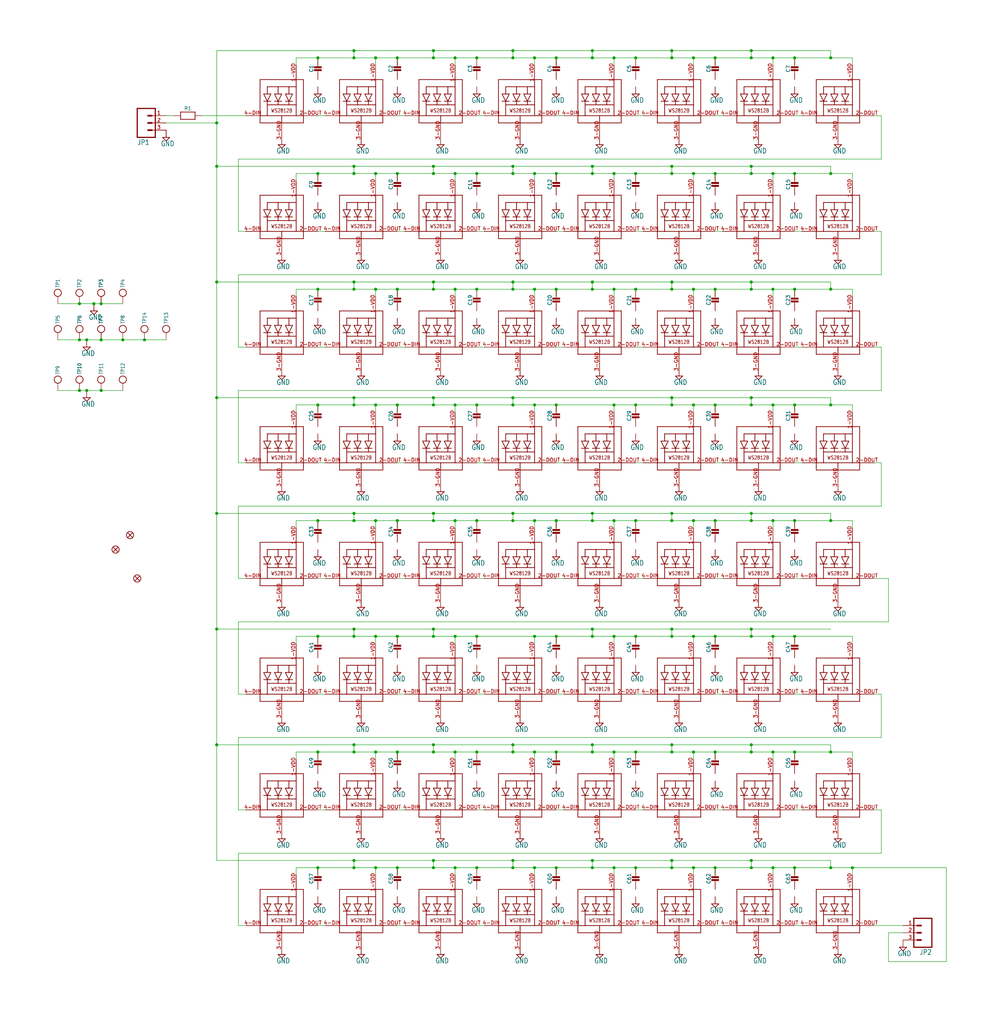
<source format=kicad_sch>
(kicad_sch (version 20230121) (generator eeschema)
  (paper "User" 351.993 359.639)
  (junction (at 243.84 182.88))
  (junction (at 208.28 101.6))
  (junction (at 208.28 99.06))
  (junction (at 271.78 101.6))
  (junction (at 208.28 220.98))
  (junction (at 271.78 20.32))
  (junction (at 215.9 60.96))
  (junction (at 279.4 60.96))
  (junction (at 251.46 60.96))
  (junction (at 236.22 264.16))
  (junction (at 208.28 261.62))
  (junction (at 271.78 223.52))
  (junction (at 76.2 220.98))
  (junction (at 132.08 304.8))
  (junction (at 236.22 101.6))
  (junction (at 139.7 264.16))
  (junction (at 76.2 180.34))
  (junction (at 180.34 182.88))
  (junction (at 187.96 60.96))
  (junction (at 139.7 304.8))
  (junction (at 152.4 20.32))
  (junction (at 223.52 223.52))
  (junction (at 243.84 60.96))
  (junction (at 132.08 142.24))
  (junction (at 152.4 17.78))
  (junction (at 279.4 20.32))
  (junction (at 152.4 223.52))
  (junction (at 215.9 182.88))
  (junction (at 236.22 99.06))
  (junction (at 132.08 264.16))
  (junction (at 139.7 101.6))
  (junction (at 124.46 20.32))
  (junction (at 27.94 119.38))
  (junction (at 152.4 304.8))
  (junction (at 236.22 60.96))
  (junction (at 27.94 106.68))
  (junction (at 264.16 99.06))
  (junction (at 264.16 220.98))
  (junction (at 292.1 142.24))
  (junction (at 139.7 20.32))
  (junction (at 43.18 119.38))
  (junction (at 223.52 101.6))
  (junction (at 243.84 101.6))
  (junction (at 236.22 139.7))
  (junction (at 208.28 223.52))
  (junction (at 208.28 180.34))
  (junction (at 76.2 99.06))
  (junction (at 264.16 17.78))
  (junction (at 243.84 223.52))
  (junction (at 223.52 142.24))
  (junction (at 264.16 142.24))
  (junction (at 124.46 101.6))
  (junction (at 132.08 20.32))
  (junction (at 152.4 99.06))
  (junction (at 223.52 182.88))
  (junction (at 35.56 106.68))
  (junction (at 50.8 119.38))
  (junction (at 292.1 20.32))
  (junction (at 215.9 101.6))
  (junction (at 35.56 137.16))
  (junction (at 279.4 182.88))
  (junction (at 111.76 142.24))
  (junction (at 299.72 304.8))
  (junction (at 243.84 20.32))
  (junction (at 264.16 20.32))
  (junction (at 208.28 182.88))
  (junction (at 124.46 99.06))
  (junction (at 271.78 182.88))
  (junction (at 264.16 302.26))
  (junction (at 279.4 223.52))
  (junction (at 152.4 182.88))
  (junction (at 180.34 139.7))
  (junction (at 215.9 264.16))
  (junction (at 124.46 142.24))
  (junction (at 111.76 264.16))
  (junction (at 167.64 142.24))
  (junction (at 160.02 20.32))
  (junction (at 243.84 304.8))
  (junction (at 180.34 58.42))
  (junction (at 264.16 264.16))
  (junction (at 195.58 264.16))
  (junction (at 251.46 20.32))
  (junction (at 152.4 60.96))
  (junction (at 35.56 119.38))
  (junction (at 180.34 101.6))
  (junction (at 30.48 119.38))
  (junction (at 132.08 101.6))
  (junction (at 76.2 43.18))
  (junction (at 111.76 223.52))
  (junction (at 152.4 101.6))
  (junction (at 187.96 264.16))
  (junction (at 180.34 60.96))
  (junction (at 251.46 182.88))
  (junction (at 27.94 137.16))
  (junction (at 236.22 182.88))
  (junction (at 264.16 58.42))
  (junction (at 264.16 139.7))
  (junction (at 264.16 304.8))
  (junction (at 124.46 17.78))
  (junction (at 264.16 101.6))
  (junction (at 124.46 261.62))
  (junction (at 167.64 223.52))
  (junction (at 215.9 20.32))
  (junction (at 160.02 101.6))
  (junction (at 160.02 304.8))
  (junction (at 236.22 223.52))
  (junction (at 264.16 180.34))
  (junction (at 251.46 264.16))
  (junction (at 180.34 264.16))
  (junction (at 292.1 182.88))
  (junction (at 208.28 17.78))
  (junction (at 251.46 142.24))
  (junction (at 111.76 182.88))
  (junction (at 152.4 264.16))
  (junction (at 223.52 20.32))
  (junction (at 124.46 264.16))
  (junction (at 124.46 139.7))
  (junction (at 180.34 302.26))
  (junction (at 152.4 180.34))
  (junction (at 279.4 142.24))
  (junction (at 236.22 17.78))
  (junction (at 132.08 223.52))
  (junction (at 160.02 223.52))
  (junction (at 195.58 60.96))
  (junction (at 195.58 304.8))
  (junction (at 180.34 180.34))
  (junction (at 215.9 142.24))
  (junction (at 236.22 58.42))
  (junction (at 124.46 58.42))
  (junction (at 152.4 139.7))
  (junction (at 187.96 304.8))
  (junction (at 139.7 60.96))
  (junction (at 271.78 304.8))
  (junction (at 208.28 264.16))
  (junction (at 187.96 20.32))
  (junction (at 152.4 261.62))
  (junction (at 208.28 302.26))
  (junction (at 76.2 261.62))
  (junction (at 292.1 101.6))
  (junction (at 187.96 223.52))
  (junction (at 152.4 58.42))
  (junction (at 160.02 182.88))
  (junction (at 180.34 20.32))
  (junction (at 180.34 304.8))
  (junction (at 180.34 142.24))
  (junction (at 195.58 182.88))
  (junction (at 195.58 142.24))
  (junction (at 124.46 220.98))
  (junction (at 152.4 220.98))
  (junction (at 111.76 101.6))
  (junction (at 167.64 20.32))
  (junction (at 215.9 304.8))
  (junction (at 124.46 302.26))
  (junction (at 139.7 142.24))
  (junction (at 152.4 302.26))
  (junction (at 264.16 60.96))
  (junction (at 236.22 142.24))
  (junction (at 215.9 223.52))
  (junction (at 236.22 302.26))
  (junction (at 208.28 60.96))
  (junction (at 251.46 223.52))
  (junction (at 167.64 264.16))
  (junction (at 139.7 182.88))
  (junction (at 180.34 99.06))
  (junction (at 111.76 20.32))
  (junction (at 236.22 20.32))
  (junction (at 111.76 304.8))
  (junction (at 152.4 142.24))
  (junction (at 279.4 101.6))
  (junction (at 292.1 304.8))
  (junction (at 195.58 20.32))
  (junction (at 76.2 58.42))
  (junction (at 292.1 60.96))
  (junction (at 30.48 137.16))
  (junction (at 139.7 223.52))
  (junction (at 236.22 304.8))
  (junction (at 271.78 264.16))
  (junction (at 160.02 60.96))
  (junction (at 236.22 220.98))
  (junction (at 223.52 304.8))
  (junction (at 111.76 60.96))
  (junction (at 124.46 180.34))
  (junction (at 187.96 182.88))
  (junction (at 124.46 223.52))
  (junction (at 160.02 264.16))
  (junction (at 160.02 142.24))
  (junction (at 167.64 60.96))
  (junction (at 292.1 264.16))
  (junction (at 187.96 142.24))
  (junction (at 180.34 17.78))
  (junction (at 243.84 142.24))
  (junction (at 264.16 182.88))
  (junction (at 279.4 304.8))
  (junction (at 271.78 142.24))
  (junction (at 124.46 60.96))
  (junction (at 279.4 264.16))
  (junction (at 236.22 180.34))
  (junction (at 124.46 182.88))
  (junction (at 180.34 261.62))
  (junction (at 167.64 182.88))
  (junction (at 132.08 182.88))
  (junction (at 251.46 304.8))
  (junction (at 124.46 304.8))
  (junction (at 76.2 139.7))
  (junction (at 208.28 20.32))
  (junction (at 187.96 101.6))
  (junction (at 264.16 223.52))
  (junction (at 33.02 106.68))
  (junction (at 243.84 264.16))
  (junction (at 208.28 304.8))
  (junction (at 251.46 101.6))
  (junction (at 208.28 58.42))
  (junction (at 167.64 101.6))
  (junction (at 167.64 304.8))
  (junction (at 271.78 60.96))
  (junction (at 223.52 60.96))
  (junction (at 236.22 261.62))
  (junction (at 223.52 264.16))
  (junction (at 264.16 261.62))
  (junction (at 195.58 101.6))
  (junction (at 132.08 60.96))
  (junction (at 195.58 223.52))
  (wire (pts (xy 236.22 20.32) (xy 243.84 20.32)) (stroke (width 0.1524)))
  (wire (pts (xy 299.72 22.86) (xy 299.72 20.32)) (stroke (width 0.1524)))
  (wire (pts (xy 152.4 99.06) (xy 180.34 99.06)) (stroke (width 0.1524)))
  (wire (pts (xy 187.96 185.42) (xy 187.96 182.88)) (stroke (width 0.1524)))
  (wire (pts (xy 271.78 264.16) (xy 279.4 264.16)) (stroke (width 0.1524)))
  (wire (pts (xy 104.14 144.78) (xy 104.14 142.24)) (stroke (width 0.1524)))
  (wire (pts (xy 114.3 243.84) (xy 111.76 243.84)) (stroke (width 0.1524)))
  (wire (pts (xy 279.4 60.96) (xy 279.4 63.5)) (stroke (width 0.1524)))
  (wire (pts (xy 160.02 185.42) (xy 160.02 182.88)) (stroke (width 0.1524)))
  (wire (pts (xy 279.4 60.96) (xy 292.1 60.96)) (stroke (width 0.1524)))
  (wire (pts (xy 264.16 180.34) (xy 292.1 180.34)) (stroke (width 0.1524)))
  (wire (pts (xy 223.52 142.24) (xy 223.52 144.78)) (stroke (width 0.1524)))
  (wire (pts (xy 292.1 20.32) (xy 299.72 20.32)) (stroke (width 0.1524)))
  (wire (pts (xy 307.34 243.84) (xy 309.88 243.84)) (stroke (width 0.1524)))
  (wire (pts (xy 187.96 20.32) (xy 195.58 20.32)) (stroke (width 0.1524)))
  (wire (pts (xy 292.1 261.62) (xy 292.1 264.16)) (stroke (width 0.1524)))
  (wire (pts (xy 223.52 264.16) (xy 223.52 266.7)) (stroke (width 0.1524)))
  (wire (pts (xy 187.96 182.88) (xy 195.58 182.88)) (stroke (width 0.1524)))
  (wire (pts (xy 160.02 63.5) (xy 160.02 60.96)) (stroke (width 0.1524)))
  (wire (pts (xy 76.2 261.62) (xy 124.46 261.62)) (stroke (width 0.1524)))
  (wire (pts (xy 152.4 180.34) (xy 152.4 182.88)) (stroke (width 0.1524)))
  (wire (pts (xy 215.9 182.88) (xy 223.52 182.88)) (stroke (width 0.1524)))
  (wire (pts (xy 299.72 226.06) (xy 299.72 223.52)) (stroke (width 0.1524)))
  (wire (pts (xy 152.4 264.16) (xy 160.02 264.16)) (stroke (width 0.1524)))
  (wire (pts (xy 111.76 101.6) (xy 111.76 104.14)) (stroke (width 0.1524)))
  (wire (pts (xy 195.58 182.88) (xy 195.58 185.42)) (stroke (width 0.1524)))
  (wire (pts (xy 223.52 223.52) (xy 223.52 226.06)) (stroke (width 0.1524)))
  (wire (pts (xy 76.2 220.98) (xy 124.46 220.98)) (stroke (width 0.1524)))
  (wire (pts (xy 215.9 22.86) (xy 215.9 20.32)) (stroke (width 0.1524)))
  (wire (pts (xy 180.34 60.96) (xy 180.34 58.42)) (stroke (width 0.1524)))
  (wire (pts (xy 251.46 142.24) (xy 251.46 144.78)) (stroke (width 0.1524)))
  (wire (pts (xy 152.4 264.16) (xy 152.4 261.62)) (stroke (width 0.1524)))
  (wire (pts (xy 215.9 223.52) (xy 223.52 223.52)) (stroke (width 0.1524)))
  (wire (pts (xy 195.58 264.16) (xy 208.28 264.16)) (stroke (width 0.1524)))
  (wire (pts (xy 208.28 58.42) (xy 236.22 58.42)) (stroke (width 0.1524)))
  (wire (pts (xy 104.14 185.42) (xy 104.14 182.88)) (stroke (width 0.1524)))
  (wire (pts (xy 167.64 304.8) (xy 180.34 304.8)) (stroke (width 0.1524)))
  (wire (pts (xy 111.76 142.24) (xy 124.46 142.24)) (stroke (width 0.1524)))
  (wire (pts (xy 114.3 162.56) (xy 111.76 162.56)) (stroke (width 0.1524)))
  (wire (pts (xy 124.46 142.24) (xy 124.46 139.7)) (stroke (width 0.1524)))
  (wire (pts (xy 139.7 264.16) (xy 139.7 266.7)) (stroke (width 0.1524)))
  (wire (pts (xy 208.28 180.34) (xy 208.28 182.88)) (stroke (width 0.1524)))
  (wire (pts (xy 299.72 104.14) (xy 299.72 101.6)) (stroke (width 0.1524)))
  (wire (pts (xy 152.4 142.24) (xy 152.4 139.7)) (stroke (width 0.1524)))
  (wire (pts (xy 104.14 266.7) (xy 104.14 264.16)) (stroke (width 0.1524)))
  (wire (pts (xy 215.9 304.8) (xy 223.52 304.8)) (stroke (width 0.1524)))
  (wire (pts (xy 264.16 101.6) (xy 264.16 99.06)) (stroke (width 0.1524)))
  (wire (pts (xy 152.4 60.96) (xy 152.4 58.42)) (stroke (width 0.1524)))
  (wire (pts (xy 264.16 20.32) (xy 271.78 20.32)) (stroke (width 0.1524)))
  (wire (pts (xy 76.2 99.06) (xy 124.46 99.06)) (stroke (width 0.1524)))
  (wire (pts (xy 208.28 304.8) (xy 208.28 302.26)) (stroke (width 0.1524)))
  (wire (pts (xy 279.4 264.16) (xy 292.1 264.16)) (stroke (width 0.1524)))
  (wire (pts (xy 152.4 101.6) (xy 152.4 99.06)) (stroke (width 0.1524)))
  (wire (pts (xy 264.16 139.7) (xy 292.1 139.7)) (stroke (width 0.1524)))
  (wire (pts (xy 279.4 182.88) (xy 292.1 182.88)) (stroke (width 0.1524)))
  (wire (pts (xy 111.76 182.88) (xy 124.46 182.88)) (stroke (width 0.1524)))
  (wire (pts (xy 307.34 284.48) (xy 309.88 284.48)) (stroke (width 0.1524)))
  (wire (pts (xy 223.52 20.32) (xy 236.22 20.32)) (stroke (width 0.1524)))
  (wire (pts (xy 271.78 266.7) (xy 271.78 264.16)) (stroke (width 0.1524)))
  (wire (pts (xy 187.96 60.96) (xy 195.58 60.96)) (stroke (width 0.1524)))
  (wire (pts (xy 226.06 40.64) (xy 223.52 40.64)) (stroke (width 0.1524)))
  (wire (pts (xy 309.88 177.8) (xy 83.82 177.8)) (stroke (width 0.1524)))
  (wire (pts (xy 111.76 20.32) (xy 111.76 22.86)) (stroke (width 0.1524)))
  (wire (pts (xy 124.46 264.16) (xy 132.08 264.16)) (stroke (width 0.1524)))
  (wire (pts (xy 152.4 142.24) (xy 160.02 142.24)) (stroke (width 0.1524)))
  (wire (pts (xy 83.82 218.44) (xy 83.82 243.84)) (stroke (width 0.1524)))
  (wire (pts (xy 104.14 20.32) (xy 111.76 20.32)) (stroke (width 0.1524)))
  (wire (pts (xy 142.24 325.12) (xy 139.7 325.12)) (stroke (width 0.1524)))
  (wire (pts (xy 58.42 40.64) (xy 60.96 40.64)) (stroke (width 0.1524)))
  (wire (pts (xy 104.14 22.86) (xy 104.14 20.32)) (stroke (width 0.1524)))
  (wire (pts (xy 124.46 60.96) (xy 124.46 58.42)) (stroke (width 0.1524)))
  (wire (pts (xy 114.3 121.92) (xy 111.76 121.92)) (stroke (width 0.1524)))
  (wire (pts (xy 124.46 101.6) (xy 132.08 101.6)) (stroke (width 0.1524)))
  (wire (pts (xy 124.46 142.24) (xy 132.08 142.24)) (stroke (width 0.1524)))
  (wire (pts (xy 281.94 81.28) (xy 279.4 81.28)) (stroke (width 0.1524)))
  (wire (pts (xy 180.34 20.32) (xy 187.96 20.32)) (stroke (width 0.1524)))
  (wire (pts (xy 104.14 223.52) (xy 111.76 223.52)) (stroke (width 0.1524)))
  (wire (pts (xy 167.64 20.32) (xy 167.64 22.86)) (stroke (width 0.1524)))
  (wire (pts (xy 139.7 304.8) (xy 139.7 307.34)) (stroke (width 0.1524)))
  (wire (pts (xy 132.08 307.34) (xy 132.08 304.8)) (stroke (width 0.1524)))
  (wire (pts (xy 271.78 60.96) (xy 279.4 60.96)) (stroke (width 0.1524)))
  (wire (pts (xy 236.22 304.8) (xy 243.84 304.8)) (stroke (width 0.1524)))
  (wire (pts (xy 236.22 20.32) (xy 236.22 17.78)) (stroke (width 0.1524)))
  (wire (pts (xy 271.78 223.52) (xy 279.4 223.52)) (stroke (width 0.1524)))
  (wire (pts (xy 167.64 223.52) (xy 167.64 226.06)) (stroke (width 0.1524)))
  (wire (pts (xy 198.12 243.84) (xy 195.58 243.84)) (stroke (width 0.1524)))
  (wire (pts (xy 292.1 139.7) (xy 292.1 142.24)) (stroke (width 0.1524)))
  (wire (pts (xy 208.28 20.32) (xy 208.28 17.78)) (stroke (width 0.1524)))
  (wire (pts (xy 152.4 101.6) (xy 160.02 101.6)) (stroke (width 0.1524)))
  (wire (pts (xy 111.76 223.52) (xy 124.46 223.52)) (stroke (width 0.1524)))
  (wire (pts (xy 254 162.56) (xy 251.46 162.56)) (stroke (width 0.1524)))
  (wire (pts (xy 27.94 119.38) (xy 30.48 119.38)) (stroke (width 0.1524)))
  (wire (pts (xy 124.46 180.34) (xy 152.4 180.34)) (stroke (width 0.1524)))
  (wire (pts (xy 254 81.28) (xy 251.46 81.28)) (stroke (width 0.1524)))
  (wire (pts (xy 139.7 264.16) (xy 152.4 264.16)) (stroke (width 0.1524)))
  (wire (pts (xy 142.24 162.56) (xy 139.7 162.56)) (stroke (width 0.1524)))
  (wire (pts (xy 236.22 182.88) (xy 243.84 182.88)) (stroke (width 0.1524)))
  (wire (pts (xy 104.14 60.96) (xy 111.76 60.96)) (stroke (width 0.1524)))
  (wire (pts (xy 180.34 304.8) (xy 180.34 302.26)) (stroke (width 0.1524)))
  (wire (pts (xy 142.24 243.84) (xy 139.7 243.84)) (stroke (width 0.1524)))
  (wire (pts (xy 292.1 302.26) (xy 292.1 304.8)) (stroke (width 0.1524)))
  (wire (pts (xy 215.9 20.32) (xy 223.52 20.32)) (stroke (width 0.1524)))
  (wire (pts (xy 76.2 180.34) (xy 76.2 220.98)) (stroke (width 0.1524)))
  (wire (pts (xy 167.64 223.52) (xy 187.96 223.52)) (stroke (width 0.1524)))
  (wire (pts (xy 208.28 180.34) (xy 236.22 180.34)) (stroke (width 0.1524)))
  (wire (pts (xy 83.82 55.88) (xy 83.82 81.28)) (stroke (width 0.1524)))
  (wire (pts (xy 198.12 203.2) (xy 195.58 203.2)) (stroke (width 0.1524)))
  (wire (pts (xy 292.1 142.24) (xy 299.72 142.24)) (stroke (width 0.1524)))
  (wire (pts (xy 236.22 139.7) (xy 264.16 139.7)) (stroke (width 0.1524)))
  (wire (pts (xy 139.7 20.32) (xy 152.4 20.32)) (stroke (width 0.1524)))
  (wire (pts (xy 167.64 304.8) (xy 167.64 307.34)) (stroke (width 0.1524)))
  (wire (pts (xy 167.64 264.16) (xy 167.64 266.7)) (stroke (width 0.1524)))
  (wire (pts (xy 309.88 243.84) (xy 309.88 259.08)) (stroke (width 0.1524)))
  (wire (pts (xy 236.22 17.78) (xy 264.16 17.78)) (stroke (width 0.1524)))
  (wire (pts (xy 307.34 121.92) (xy 309.88 121.92)) (stroke (width 0.1524)))
  (wire (pts (xy 187.96 144.78) (xy 187.96 142.24)) (stroke (width 0.1524)))
  (wire (pts (xy 271.78 101.6) (xy 279.4 101.6)) (stroke (width 0.1524)))
  (wire (pts (xy 139.7 142.24) (xy 152.4 142.24)) (stroke (width 0.1524)))
  (wire (pts (xy 236.22 60.96) (xy 243.84 60.96)) (stroke (width 0.1524)))
  (wire (pts (xy 132.08 223.52) (xy 139.7 223.52)) (stroke (width 0.1524)))
  (wire (pts (xy 139.7 20.32) (xy 139.7 22.86)) (stroke (width 0.1524)))
  (wire (pts (xy 215.9 307.34) (xy 215.9 304.8)) (stroke (width 0.1524)))
  (wire (pts (xy 187.96 226.06) (xy 187.96 223.52)) (stroke (width 0.1524)))
  (wire (pts (xy 83.82 203.2) (xy 86.36 203.2)) (stroke (width 0.1524)))
  (wire (pts (xy 264.16 142.24) (xy 264.16 139.7)) (stroke (width 0.1524)))
  (wire (pts (xy 281.94 162.56) (xy 279.4 162.56)) (stroke (width 0.1524)))
  (wire (pts (xy 243.84 264.16) (xy 251.46 264.16)) (stroke (width 0.1524)))
  (wire (pts (xy 264.16 304.8) (xy 264.16 302.26)) (stroke (width 0.1524)))
  (wire (pts (xy 170.18 203.2) (xy 167.64 203.2)) (stroke (width 0.1524)))
  (wire (pts (xy 299.72 266.7) (xy 299.72 264.16)) (stroke (width 0.1524)))
  (wire (pts (xy 20.32 106.68) (xy 27.94 106.68)) (stroke (width 0.1524)))
  (wire (pts (xy 208.28 101.6) (xy 208.28 99.06)) (stroke (width 0.1524)))
  (wire (pts (xy 208.28 223.52) (xy 208.28 220.98)) (stroke (width 0.1524)))
  (wire (pts (xy 223.52 182.88) (xy 236.22 182.88)) (stroke (width 0.1524)))
  (wire (pts (xy 236.22 264.16) (xy 243.84 264.16)) (stroke (width 0.1524)))
  (wire (pts (xy 152.4 17.78) (xy 180.34 17.78)) (stroke (width 0.1524)))
  (wire (pts (xy 208.28 20.32) (xy 215.9 20.32)) (stroke (width 0.1524)))
  (wire (pts (xy 271.78 142.24) (xy 279.4 142.24)) (stroke (width 0.1524)))
  (wire (pts (xy 160.02 182.88) (xy 167.64 182.88)) (stroke (width 0.1524)))
  (wire (pts (xy 124.46 20.32) (xy 132.08 20.32)) (stroke (width 0.1524)))
  (wire (pts (xy 299.72 185.42) (xy 299.72 182.88)) (stroke (width 0.1524)))
  (wire (pts (xy 208.28 261.62) (xy 236.22 261.62)) (stroke (width 0.1524)))
  (wire (pts (xy 124.46 139.7) (xy 152.4 139.7)) (stroke (width 0.1524)))
  (wire (pts (xy 195.58 264.16) (xy 195.58 266.7)) (stroke (width 0.1524)))
  (wire (pts (xy 111.76 20.32) (xy 124.46 20.32)) (stroke (width 0.1524)))
  (wire (pts (xy 243.84 266.7) (xy 243.84 264.16)) (stroke (width 0.1524)))
  (wire (pts (xy 279.4 142.24) (xy 279.4 144.78)) (stroke (width 0.1524)))
  (wire (pts (xy 160.02 20.32) (xy 167.64 20.32)) (stroke (width 0.1524)))
  (wire (pts (xy 223.52 304.8) (xy 236.22 304.8)) (stroke (width 0.1524)))
  (wire (pts (xy 76.2 180.34) (xy 124.46 180.34)) (stroke (width 0.1524)))
  (wire (pts (xy 104.14 63.5) (xy 104.14 60.96)) (stroke (width 0.1524)))
  (wire (pts (xy 223.52 264.16) (xy 236.22 264.16)) (stroke (width 0.1524)))
  (wire (pts (xy 279.4 304.8) (xy 292.1 304.8)) (stroke (width 0.1524)))
  (wire (pts (xy 223.52 101.6) (xy 223.52 104.14)) (stroke (width 0.1524)))
  (wire (pts (xy 167.64 60.96) (xy 180.34 60.96)) (stroke (width 0.1524)))
  (wire (pts (xy 312.42 218.44) (xy 83.82 218.44)) (stroke (width 0.1524)))
  (wire (pts (xy 254 121.92) (xy 251.46 121.92)) (stroke (width 0.1524)))
  (wire (pts (xy 124.46 17.78) (xy 152.4 17.78)) (stroke (width 0.1524)))
  (wire (pts (xy 251.46 304.8) (xy 251.46 307.34)) (stroke (width 0.1524)))
  (wire (pts (xy 264.16 20.32) (xy 264.16 17.78)) (stroke (width 0.1524)))
  (wire (pts (xy 271.78 22.86) (xy 271.78 20.32)) (stroke (width 0.1524)))
  (wire (pts (xy 180.34 20.32) (xy 180.34 17.78)) (stroke (width 0.1524)))
  (wire (pts (xy 104.14 226.06) (xy 104.14 223.52)) (stroke (width 0.1524)))
  (wire (pts (xy 208.28 264.16) (xy 208.28 261.62)) (stroke (width 0.1524)))
  (wire (pts (xy 139.7 223.52) (xy 152.4 223.52)) (stroke (width 0.1524)))
  (wire (pts (xy 312.42 327.66) (xy 312.42 337.82)) (stroke (width 0.1524)))
  (wire (pts (xy 332.74 337.82) (xy 332.74 304.8)) (stroke (width 0.1524)))
  (wire (pts (xy 215.9 226.06) (xy 215.9 223.52)) (stroke (width 0.1524)))
  (wire (pts (xy 332.74 304.8) (xy 299.72 304.8)) (stroke (width 0.1524)))
  (wire (pts (xy 309.88 55.88) (xy 83.82 55.88)) (stroke (width 0.1524)))
  (wire (pts (xy 132.08 101.6) (xy 139.7 101.6)) (stroke (width 0.1524)))
  (wire (pts (xy 226.06 325.12) (xy 223.52 325.12)) (stroke (width 0.1524)))
  (wire (pts (xy 236.22 304.8) (xy 236.22 302.26)) (stroke (width 0.1524)))
  (wire (pts (xy 104.14 264.16) (xy 111.76 264.16)) (stroke (width 0.1524)))
  (wire (pts (xy 30.48 119.38) (xy 35.56 119.38)) (stroke (width 0.1524)))
  (wire (pts (xy 160.02 104.14) (xy 160.02 101.6)) (stroke (width 0.1524)))
  (wire (pts (xy 243.84 101.6) (xy 251.46 101.6)) (stroke (width 0.1524)))
  (wire (pts (xy 243.84 60.96) (xy 251.46 60.96)) (stroke (width 0.1524)))
  (wire (pts (xy 195.58 142.24) (xy 215.9 142.24)) (stroke (width 0.1524)))
  (wire (pts (xy 152.4 20.32) (xy 152.4 17.78)) (stroke (width 0.1524)))
  (wire (pts (xy 160.02 142.24) (xy 167.64 142.24)) (stroke (width 0.1524)))
  (wire (pts (xy 279.4 101.6) (xy 292.1 101.6)) (stroke (width 0.1524)))
  (wire (pts (xy 170.18 243.84) (xy 167.64 243.84)) (stroke (width 0.1524)))
  (wire (pts (xy 167.64 60.96) (xy 167.64 63.5)) (stroke (width 0.1524)))
  (wire (pts (xy 223.52 60.96) (xy 223.52 63.5)) (stroke (width 0.1524)))
  (wire (pts (xy 152.4 223.52) (xy 160.02 223.52)) (stroke (width 0.1524)))
  (wire (pts (xy 71.12 40.64) (xy 86.36 40.64)) (stroke (width 0.1524)))
  (wire (pts (xy 299.72 144.78) (xy 299.72 142.24)) (stroke (width 0.1524)))
  (wire (pts (xy 223.52 142.24) (xy 236.22 142.24)) (stroke (width 0.1524)))
  (wire (pts (xy 139.7 101.6) (xy 152.4 101.6)) (stroke (width 0.1524)))
  (wire (pts (xy 180.34 264.16) (xy 180.34 261.62)) (stroke (width 0.1524)))
  (wire (pts (xy 160.02 101.6) (xy 167.64 101.6)) (stroke (width 0.1524)))
  (wire (pts (xy 236.22 223.52) (xy 243.84 223.52)) (stroke (width 0.1524)))
  (wire (pts (xy 152.4 223.52) (xy 152.4 220.98)) (stroke (width 0.1524)))
  (wire (pts (xy 83.82 177.8) (xy 83.82 203.2)) (stroke (width 0.1524)))
  (wire (pts (xy 180.34 142.24) (xy 187.96 142.24)) (stroke (width 0.1524)))
  (wire (pts (xy 76.2 139.7) (xy 76.2 180.34)) (stroke (width 0.1524)))
  (wire (pts (xy 180.34 58.42) (xy 208.28 58.42)) (stroke (width 0.1524)))
  (wire (pts (xy 124.46 223.52) (xy 132.08 223.52)) (stroke (width 0.1524)))
  (wire (pts (xy 76.2 58.42) (xy 76.2 99.06)) (stroke (width 0.1524)))
  (wire (pts (xy 195.58 60.96) (xy 195.58 63.5)) (stroke (width 0.1524)))
  (wire (pts (xy 76.2 17.78) (xy 124.46 17.78)) (stroke (width 0.1524)))
  (wire (pts (xy 152.4 220.98) (xy 208.28 220.98)) (stroke (width 0.1524)))
  (wire (pts (xy 236.22 302.26) (xy 264.16 302.26)) (stroke (width 0.1524)))
  (wire (pts (xy 124.46 304.8) (xy 124.46 302.26)) (stroke (width 0.1524)))
  (wire (pts (xy 279.4 142.24) (xy 292.1 142.24)) (stroke (width 0.1524)))
  (wire (pts (xy 152.4 302.26) (xy 180.34 302.26)) (stroke (width 0.1524)))
  (wire (pts (xy 215.9 101.6) (xy 223.52 101.6)) (stroke (width 0.1524)))
  (wire (pts (xy 160.02 60.96) (xy 167.64 60.96)) (stroke (width 0.1524)))
  (wire (pts (xy 139.7 182.88) (xy 139.7 185.42)) (stroke (width 0.1524)))
  (wire (pts (xy 264.16 60.96) (xy 264.16 58.42)) (stroke (width 0.1524)))
  (wire (pts (xy 142.24 40.64) (xy 139.7 40.64)) (stroke (width 0.1524)))
  (wire (pts (xy 309.88 299.72) (xy 83.82 299.72)) (stroke (width 0.1524)))
  (wire (pts (xy 254 243.84) (xy 251.46 243.84)) (stroke (width 0.1524)))
  (wire (pts (xy 20.32 137.16) (xy 27.94 137.16)) (stroke (width 0.1524)))
  (wire (pts (xy 215.9 144.78) (xy 215.9 142.24)) (stroke (width 0.1524)))
  (wire (pts (xy 195.58 223.52) (xy 208.28 223.52)) (stroke (width 0.1524)))
  (wire (pts (xy 132.08 226.06) (xy 132.08 223.52)) (stroke (width 0.1524)))
  (wire (pts (xy 58.42 43.18) (xy 76.2 43.18)) (stroke (width 0.1524)))
  (wire (pts (xy 226.06 81.28) (xy 223.52 81.28)) (stroke (width 0.1524)))
  (wire (pts (xy 254 203.2) (xy 251.46 203.2)) (stroke (width 0.1524)))
  (wire (pts (xy 236.22 60.96) (xy 236.22 58.42)) (stroke (width 0.1524)))
  (wire (pts (xy 243.84 226.06) (xy 243.84 223.52)) (stroke (width 0.1524)))
  (wire (pts (xy 208.28 60.96) (xy 215.9 60.96)) (stroke (width 0.1524)))
  (wire (pts (xy 152.4 20.32) (xy 160.02 20.32)) (stroke (width 0.1524)))
  (wire (pts (xy 198.12 121.92) (xy 195.58 121.92)) (stroke (width 0.1524)))
  (wire (pts (xy 195.58 304.8) (xy 208.28 304.8)) (stroke (width 0.1524)))
  (wire (pts (xy 83.82 96.52) (xy 83.82 121.92)) (stroke (width 0.1524)))
  (wire (pts (xy 142.24 203.2) (xy 139.7 203.2)) (stroke (width 0.1524)))
  (wire (pts (xy 170.18 121.92) (xy 167.64 121.92)) (stroke (width 0.1524)))
  (wire (pts (xy 309.88 259.08) (xy 83.82 259.08)) (stroke (width 0.1524)))
  (wire (pts (xy 180.34 60.96) (xy 187.96 60.96)) (stroke (width 0.1524)))
  (wire (pts (xy 124.46 302.26) (xy 152.4 302.26)) (stroke (width 0.1524)))
  (wire (pts (xy 43.18 119.38) (xy 50.8 119.38)) (stroke (width 0.1524)))
  (wire (pts (xy 160.02 304.8) (xy 167.64 304.8)) (stroke (width 0.1524)))
  (wire (pts (xy 76.2 302.26) (xy 76.2 261.62)) (stroke (width 0.1524)))
  (wire (pts (xy 208.28 223.52) (xy 215.9 223.52)) (stroke (width 0.1524)))
  (wire (pts (xy 187.96 63.5) (xy 187.96 60.96)) (stroke (width 0.1524)))
  (wire (pts (xy 208.28 302.26) (xy 236.22 302.26)) (stroke (width 0.1524)))
  (wire (pts (xy 251.46 20.32) (xy 251.46 22.86)) (stroke (width 0.1524)))
  (wire (pts (xy 83.82 162.56) (xy 86.36 162.56)) (stroke (width 0.1524)))
  (wire (pts (xy 254 325.12) (xy 251.46 325.12)) (stroke (width 0.1524)))
  (wire (pts (xy 243.84 63.5) (xy 243.84 60.96)) (stroke (width 0.1524)))
  (wire (pts (xy 132.08 304.8) (xy 139.7 304.8)) (stroke (width 0.1524)))
  (wire (pts (xy 160.02 266.7) (xy 160.02 264.16)) (stroke (width 0.1524)))
  (wire (pts (xy 271.78 185.42) (xy 271.78 182.88)) (stroke (width 0.1524)))
  (wire (pts (xy 142.24 284.48) (xy 139.7 284.48)) (stroke (width 0.1524)))
  (wire (pts (xy 236.22 99.06) (xy 264.16 99.06)) (stroke (width 0.1524)))
  (wire (pts (xy 215.9 60.96) (xy 223.52 60.96)) (stroke (width 0.1524)))
  (wire (pts (xy 292.1 101.6) (xy 299.72 101.6)) (stroke (width 0.1524)))
  (wire (pts (xy 251.46 20.32) (xy 264.16 20.32)) (stroke (width 0.1524)))
  (wire (pts (xy 309.88 137.16) (xy 83.82 137.16)) (stroke (width 0.1524)))
  (wire (pts (xy 160.02 144.78) (xy 160.02 142.24)) (stroke (width 0.1524)))
  (wire (pts (xy 152.4 304.8) (xy 152.4 302.26)) (stroke (width 0.1524)))
  (wire (pts (xy 167.64 182.88) (xy 180.34 182.88)) (stroke (width 0.1524)))
  (wire (pts (xy 76.2 99.06) (xy 76.2 139.7)) (stroke (width 0.1524)))
  (wire (pts (xy 215.9 104.14) (xy 215.9 101.6)) (stroke (width 0.1524)))
  (wire (pts (xy 243.84 22.86) (xy 243.84 20.32)) (stroke (width 0.1524)))
  (wire (pts (xy 264.16 180.34) (xy 264.16 182.88)) (stroke (width 0.1524)))
  (wire (pts (xy 251.46 101.6) (xy 264.16 101.6)) (stroke (width 0.1524)))
  (wire (pts (xy 160.02 223.52) (xy 167.64 223.52)) (stroke (width 0.1524)))
  (wire (pts (xy 271.78 104.14) (xy 271.78 101.6)) (stroke (width 0.1524)))
  (wire (pts (xy 208.28 264.16) (xy 215.9 264.16)) (stroke (width 0.1524)))
  (wire (pts (xy 198.12 40.64) (xy 195.58 40.64)) (stroke (width 0.1524)))
  (wire (pts (xy 195.58 60.96) (xy 208.28 60.96)) (stroke (width 0.1524)))
  (wire (pts (xy 279.4 264.16) (xy 279.4 266.7)) (stroke (width 0.1524)))
  (wire (pts (xy 83.82 243.84) (xy 86.36 243.84)) (stroke (width 0.1524)))
  (wire (pts (xy 243.84 104.14) (xy 243.84 101.6)) (stroke (width 0.1524)))
  (wire (pts (xy 124.46 182.88) (xy 124.46 180.34)) (stroke (width 0.1524)))
  (wire (pts (xy 243.84 142.24) (xy 251.46 142.24)) (stroke (width 0.1524)))
  (wire (pts (xy 292.1 58.42) (xy 292.1 60.96)) (stroke (width 0.1524)))
  (wire (pts (xy 264.16 220.98) (xy 292.1 220.98)) (stroke (width 0.1524)))
  (wire (pts (xy 167.64 264.16) (xy 180.34 264.16)) (stroke (width 0.1524)))
  (wire (pts (xy 27.94 106.68) (xy 33.02 106.68)) (stroke (width 0.1524)))
  (wire (pts (xy 180.34 182.88) (xy 180.34 180.34)) (stroke (width 0.1524)))
  (wire (pts (xy 223.52 304.8) (xy 223.52 307.34)) (stroke (width 0.1524)))
  (wire (pts (xy 279.4 223.52) (xy 279.4 226.06)) (stroke (width 0.1524)))
  (wire (pts (xy 279.4 304.8) (xy 279.4 307.34)) (stroke (width 0.1524)))
  (wire (pts (xy 299.72 307.34) (xy 299.72 304.8)) (stroke (width 0.1524)))
  (wire (pts (xy 317.5 327.66) (xy 312.42 327.66)) (stroke (width 0.1524)))
  (wire (pts (xy 187.96 104.14) (xy 187.96 101.6)) (stroke (width 0.1524)))
  (wire (pts (xy 83.82 121.92) (xy 86.36 121.92)) (stroke (width 0.1524)))
  (wire (pts (xy 279.4 182.88) (xy 279.4 185.42)) (stroke (width 0.1524)))
  (wire (pts (xy 264.16 58.42) (xy 292.1 58.42)) (stroke (width 0.1524)))
  (wire (pts (xy 279.4 101.6) (xy 279.4 104.14)) (stroke (width 0.1524)))
  (wire (pts (xy 215.9 142.24) (xy 223.52 142.24)) (stroke (width 0.1524)))
  (wire (pts (xy 139.7 101.6) (xy 139.7 104.14)) (stroke (width 0.1524)))
  (wire (pts (xy 208.28 304.8) (xy 215.9 304.8)) (stroke (width 0.1524)))
  (wire (pts (xy 264.16 302.26) (xy 292.1 302.26)) (stroke (width 0.1524)))
  (wire (pts (xy 264.16 264.16) (xy 264.16 261.62)) (stroke (width 0.1524)))
  (wire (pts (xy 180.34 302.26) (xy 208.28 302.26)) (stroke (width 0.1524)))
  (wire (pts (xy 180.34 261.62) (xy 208.28 261.62)) (stroke (width 0.1524)))
  (wire (pts (xy 124.46 264.16) (xy 124.46 261.62)) (stroke (width 0.1524)))
  (wire (pts (xy 187.96 304.8) (xy 195.58 304.8)) (stroke (width 0.1524)))
  (wire (pts (xy 160.02 264.16) (xy 167.64 264.16)) (stroke (width 0.1524)))
  (wire (pts (xy 281.94 284.48) (xy 279.4 284.48)) (stroke (width 0.1524)))
  (wire (pts (xy 83.82 284.48) (xy 86.36 284.48)) (stroke (width 0.1524)))
  (wire (pts (xy 167.64 101.6) (xy 167.64 104.14)) (stroke (width 0.1524)))
  (wire (pts (xy 271.78 20.32) (xy 279.4 20.32)) (stroke (width 0.1524)))
  (wire (pts (xy 160.02 22.86) (xy 160.02 20.32)) (stroke (width 0.1524)))
  (wire (pts (xy 139.7 142.24) (xy 139.7 144.78)) (stroke (width 0.1524)))
  (wire (pts (xy 83.82 137.16) (xy 83.82 162.56)) (stroke (width 0.1524)))
  (wire (pts (xy 111.76 60.96) (xy 111.76 63.5)) (stroke (width 0.1524)))
  (wire (pts (xy 236.22 58.42) (xy 264.16 58.42)) (stroke (width 0.1524)))
  (wire (pts (xy 243.84 185.42) (xy 243.84 182.88)) (stroke (width 0.1524)))
  (wire (pts (xy 198.12 284.48) (xy 195.58 284.48)) (stroke (width 0.1524)))
  (wire (pts (xy 152.4 304.8) (xy 160.02 304.8)) (stroke (width 0.1524)))
  (wire (pts (xy 309.88 284.48) (xy 309.88 299.72)) (stroke (width 0.1524)))
  (wire (pts (xy 254 284.48) (xy 251.46 284.48)) (stroke (width 0.1524)))
  (wire (pts (xy 292.1 60.96) (xy 299.72 60.96)) (stroke (width 0.1524)))
  (wire (pts (xy 236.22 261.62) (xy 264.16 261.62)) (stroke (width 0.1524)))
  (wire (pts (xy 215.9 266.7) (xy 215.9 264.16)) (stroke (width 0.1524)))
  (wire (pts (xy 264.16 101.6) (xy 271.78 101.6)) (stroke (width 0.1524)))
  (wire (pts (xy 132.08 266.7) (xy 132.08 264.16)) (stroke (width 0.1524)))
  (wire (pts (xy 142.24 81.28) (xy 139.7 81.28)) (stroke (width 0.1524)))
  (wire (pts (xy 187.96 307.34) (xy 187.96 304.8)) (stroke (width 0.1524)))
  (wire (pts (xy 30.48 137.16) (xy 35.56 137.16)) (stroke (width 0.1524)))
  (wire (pts (xy 124.46 220.98) (xy 152.4 220.98)) (stroke (width 0.1524)))
  (wire (pts (xy 180.34 139.7) (xy 236.22 139.7)) (stroke (width 0.1524)))
  (wire (pts (xy 236.22 142.24) (xy 243.84 142.24)) (stroke (width 0.1524)))
  (wire (pts (xy 223.52 182.88) (xy 223.52 185.42)) (stroke (width 0.1524)))
  (wire (pts (xy 292.1 264.16) (xy 299.72 264.16)) (stroke (width 0.1524)))
  (wire (pts (xy 83.82 299.72) (xy 83.82 325.12)) (stroke (width 0.1524)))
  (wire (pts (xy 251.46 264.16) (xy 264.16 264.16)) (stroke (width 0.1524)))
  (wire (pts (xy 139.7 60.96) (xy 152.4 60.96)) (stroke (width 0.1524)))
  (wire (pts (xy 180.34 101.6) (xy 187.96 101.6)) (stroke (width 0.1524)))
  (wire (pts (xy 114.3 203.2) (xy 111.76 203.2)) (stroke (width 0.1524)))
  (wire (pts (xy 243.84 307.34) (xy 243.84 304.8)) (stroke (width 0.1524)))
  (wire (pts (xy 170.18 325.12) (xy 167.64 325.12)) (stroke (width 0.1524)))
  (wire (pts (xy 152.4 139.7) (xy 180.34 139.7)) (stroke (width 0.1524)))
  (wire (pts (xy 35.56 137.16) (xy 43.18 137.16)) (stroke (width 0.1524)))
  (wire (pts (xy 251.46 182.88) (xy 251.46 185.42)) (stroke (width 0.1524)))
  (wire (pts (xy 271.78 307.34) (xy 271.78 304.8)) (stroke (width 0.1524)))
  (wire (pts (xy 167.64 142.24) (xy 180.34 142.24)) (stroke (width 0.1524)))
  (wire (pts (xy 114.3 81.28) (xy 111.76 81.28)) (stroke (width 0.1524)))
  (wire (pts (xy 83.82 325.12) (xy 86.36 325.12)) (stroke (width 0.1524)))
  (wire (pts (xy 114.3 284.48) (xy 111.76 284.48)) (stroke (width 0.1524)))
  (wire (pts (xy 124.46 261.62) (xy 152.4 261.62)) (stroke (width 0.1524)))
  (wire (pts (xy 264.16 264.16) (xy 271.78 264.16)) (stroke (width 0.1524)))
  (wire (pts (xy 111.76 223.52) (xy 111.76 226.06)) (stroke (width 0.1524)))
  (wire (pts (xy 114.3 40.64) (xy 111.76 40.64)) (stroke (width 0.1524)))
  (wire (pts (xy 195.58 304.8) (xy 195.58 307.34)) (stroke (width 0.1524)))
  (wire (pts (xy 307.34 162.56) (xy 309.88 162.56)) (stroke (width 0.1524)))
  (wire (pts (xy 223.52 60.96) (xy 236.22 60.96)) (stroke (width 0.1524)))
  (wire (pts (xy 195.58 223.52) (xy 195.58 226.06)) (stroke (width 0.1524)))
  (wire (pts (xy 264.16 60.96) (xy 271.78 60.96)) (stroke (width 0.1524)))
  (wire (pts (xy 111.76 264.16) (xy 111.76 266.7)) (stroke (width 0.1524)))
  (wire (pts (xy 132.08 142.24) (xy 139.7 142.24)) (stroke (width 0.1524)))
  (wire (pts (xy 142.24 121.92) (xy 139.7 121.92)) (stroke (width 0.1524)))
  (wire (pts (xy 152.4 60.96) (xy 160.02 60.96)) (stroke (width 0.1524)))
  (wire (pts (xy 236.22 180.34) (xy 264.16 180.34)) (stroke (width 0.1524)))
  (wire (pts (xy 20.32 119.38) (xy 27.94 119.38)) (stroke (width 0.1524)))
  (wire (pts (xy 279.4 20.32) (xy 292.1 20.32)) (stroke (width 0.1524)))
  (wire (pts (xy 251.46 101.6) (xy 251.46 104.14)) (stroke (width 0.1524)))
  (wire (pts (xy 208.28 220.98) (xy 236.22 220.98)) (stroke (width 0.1524)))
  (wire (pts (xy 208.28 182.88) (xy 215.9 182.88)) (stroke (width 0.1524)))
  (wire (pts (xy 170.18 81.28) (xy 167.64 81.28)) (stroke (width 0.1524)))
  (wire (pts (xy 139.7 182.88) (xy 152.4 182.88)) (stroke (width 0.1524)))
  (wire (pts (xy 226.06 203.2) (xy 223.52 203.2)) (stroke (width 0.1524)))
  (wire (pts (xy 180.34 182.88) (xy 187.96 182.88)) (stroke (width 0.1524)))
  (wire (pts (xy 251.46 142.24) (xy 264.16 142.24)) (stroke (width 0.1524)))
  (wire (pts (xy 208.28 17.78) (xy 236.22 17.78)) (stroke (width 0.1524)))
  (wire (pts (xy 195.58 20.32) (xy 208.28 20.32)) (stroke (width 0.1524)))
  (wire (pts (xy 264.16 223.52) (xy 264.16 220.98)) (stroke (width 0.1524)))
  (wire (pts (xy 307.34 203.2) (xy 312.42 203.2)) (stroke (width 0.1524)))
  (wire (pts (xy 254 40.64) (xy 251.46 40.64)) (stroke (width 0.1524)))
  (wire (pts (xy 187.96 266.7) (xy 187.96 264.16)) (stroke (width 0.1524)))
  (wire (pts (xy 312.42 203.2) (xy 312.42 218.44)) (stroke (width 0.1524)))
  (wire (pts (xy 152.4 182.88) (xy 160.02 182.88)) (stroke (width 0.1524)))
  (wire (pts (xy 279.4 20.32) (xy 279.4 22.86)) (stroke (width 0.1524)))
  (wire (pts (xy 76.2 43.18) (xy 76.2 58.42)) (stroke (width 0.1524)))
  (wire (pts (xy 243.84 304.8) (xy 251.46 304.8)) (stroke (width 0.1524)))
  (wire (pts (xy 264.16 142.24) (xy 271.78 142.24)) (stroke (width 0.1524)))
  (wire (pts (xy 139.7 60.96) (xy 139.7 63.5)) (stroke (width 0.1524)))
  (wire (pts (xy 195.58 101.6) (xy 195.58 104.14)) (stroke (width 0.1524)))
  (wire (pts (xy 198.12 81.28) (xy 195.58 81.28)) (stroke (width 0.1524)))
  (wire (pts (xy 76.2 302.26) (xy 124.46 302.26)) (stroke (width 0.1524)))
  (wire (pts (xy 292.1 17.78) (xy 292.1 20.32)) (stroke (width 0.1524)))
  (wire (pts (xy 251.46 182.88) (xy 264.16 182.88)) (stroke (width 0.1524)))
  (wire (pts (xy 208.28 99.06) (xy 236.22 99.06)) (stroke (width 0.1524)))
  (wire (pts (xy 243.84 182.88) (xy 251.46 182.88)) (stroke (width 0.1524)))
  (wire (pts (xy 167.64 182.88) (xy 167.64 185.42)) (stroke (width 0.1524)))
  (wire (pts (xy 187.96 142.24) (xy 195.58 142.24)) (stroke (width 0.1524)))
  (wire (pts (xy 264.16 99.06) (xy 292.1 99.06)) (stroke (width 0.1524)))
  (wire (pts (xy 180.34 101.6) (xy 180.34 99.06)) (stroke (width 0.1524)))
  (wire (pts (xy 271.78 63.5) (xy 271.78 60.96)) (stroke (width 0.1524)))
  (wire (pts (xy 139.7 223.52) (xy 139.7 226.06)) (stroke (width 0.1524)))
  (wire (pts (xy 27.94 137.16) (xy 30.48 137.16)) (stroke (width 0.1524)))
  (wire (pts (xy 111.76 101.6) (xy 124.46 101.6)) (stroke (width 0.1524)))
  (wire (pts (xy 139.7 304.8) (xy 152.4 304.8)) (stroke (width 0.1524)))
  (wire (pts (xy 226.06 162.56) (xy 223.52 162.56)) (stroke (width 0.1524)))
  (wire (pts (xy 111.76 304.8) (xy 111.76 307.34)) (stroke (width 0.1524)))
  (wire (pts (xy 180.34 180.34) (xy 208.28 180.34)) (stroke (width 0.1524)))
  (wire (pts (xy 271.78 304.8) (xy 279.4 304.8)) (stroke (width 0.1524)))
  (wire (pts (xy 236.22 101.6) (xy 236.22 99.06)) (stroke (width 0.1524)))
  (wire (pts (xy 132.08 182.88) (xy 139.7 182.88)) (stroke (width 0.1524)))
  (wire (pts (xy 104.14 101.6) (xy 111.76 101.6)) (stroke (width 0.1524)))
  (wire (pts (xy 195.58 20.32) (xy 195.58 22.86)) (stroke (width 0.1524)))
  (wire (pts (xy 251.46 60.96) (xy 251.46 63.5)) (stroke (width 0.1524)))
  (wire (pts (xy 236.22 264.16) (xy 236.22 261.62)) (stroke (width 0.1524)))
  (wire (pts (xy 264.16 182.88) (xy 271.78 182.88)) (stroke (width 0.1524)))
  (wire (pts (xy 111.76 264.16) (xy 124.46 264.16)) (stroke (width 0.1524)))
  (wire (pts (xy 187.96 264.16) (xy 195.58 264.16)) (stroke (width 0.1524)))
  (wire (pts (xy 309.88 162.56) (xy 309.88 177.8)) (stroke (width 0.1524)))
  (wire (pts (xy 236.22 101.6) (xy 243.84 101.6)) (stroke (width 0.1524)))
  (wire (pts (xy 309.88 121.92) (xy 309.88 137.16)) (stroke (width 0.1524)))
  (wire (pts (xy 281.94 121.92) (xy 279.4 121.92)) (stroke (width 0.1524)))
  (wire (pts (xy 180.34 99.06) (xy 208.28 99.06)) (stroke (width 0.1524)))
  (wire (pts (xy 215.9 185.42) (xy 215.9 182.88)) (stroke (width 0.1524)))
  (wire (pts (xy 124.46 101.6) (xy 124.46 99.06)) (stroke (width 0.1524)))
  (wire (pts (xy 281.94 243.84) (xy 279.4 243.84)) (stroke (width 0.1524)))
  (wire (pts (xy 76.2 261.62) (xy 76.2 220.98)) (stroke (width 0.1524)))
  (wire (pts (xy 195.58 142.24) (xy 195.58 144.78)) (stroke (width 0.1524)))
  (wire (pts (xy 132.08 185.42) (xy 132.08 182.88)) (stroke (width 0.1524)))
  (wire (pts (xy 307.34 325.12) (xy 317.5 325.12)) (stroke (width 0.1524)))
  (wire (pts (xy 264.16 304.8) (xy 271.78 304.8)) (stroke (width 0.1524)))
  (wire (pts (xy 124.46 60.96) (xy 132.08 60.96)) (stroke (width 0.1524)))
  (wire (pts (xy 167.64 142.24) (xy 167.64 144.78)) (stroke (width 0.1524)))
  (wire (pts (xy 180.34 142.24) (xy 180.34 139.7)) (stroke (width 0.1524)))
  (wire (pts (xy 132.08 104.14) (xy 132.08 101.6)) (stroke (width 0.1524)))
  (wire (pts (xy 132.08 144.78) (xy 132.08 142.24)) (stroke (width 0.1524)))
  (wire (pts (xy 124.46 20.32) (xy 124.46 17.78)) (stroke (width 0.1524)))
  (wire (pts (xy 132.08 63.5) (xy 132.08 60.96)) (stroke (width 0.1524)))
  (wire (pts (xy 167.64 20.32) (xy 180.34 20.32)) (stroke (width 0.1524)))
  (wire (pts (xy 124.46 304.8) (xy 132.08 304.8)) (stroke (width 0.1524)))
  (wire (pts (xy 292.1 304.8) (xy 299.72 304.8)) (stroke (width 0.1524)))
  (wire (pts (xy 167.64 101.6) (xy 180.34 101.6)) (stroke (width 0.1524)))
  (wire (pts (xy 251.46 264.16) (xy 251.46 266.7)) (stroke (width 0.1524)))
  (wire (pts (xy 281.94 203.2) (xy 279.4 203.2)) (stroke (width 0.1524)))
  (wire (pts (xy 198.12 162.56) (xy 195.58 162.56)) (stroke (width 0.1524)))
  (wire (pts (xy 104.14 142.24) (xy 111.76 142.24)) (stroke (width 0.1524)))
  (wire (pts (xy 33.02 106.68) (xy 35.56 106.68)) (stroke (width 0.1524)))
  (wire (pts (xy 281.94 325.12) (xy 279.4 325.12)) (stroke (width 0.1524)))
  (wire (pts (xy 208.28 60.96) (xy 208.28 58.42)) (stroke (width 0.1524)))
  (wire (pts (xy 76.2 58.42) (xy 124.46 58.42)) (stroke (width 0.1524)))
  (wire (pts (xy 251.46 223.52) (xy 264.16 223.52)) (stroke (width 0.1524)))
  (wire (pts (xy 226.06 121.92) (xy 223.52 121.92)) (stroke (width 0.1524)))
  (wire (pts (xy 124.46 223.52) (xy 124.46 220.98)) (stroke (width 0.1524)))
  (wire (pts (xy 223.52 101.6) (xy 236.22 101.6)) (stroke (width 0.1524)))
  (wire (pts (xy 251.46 304.8) (xy 264.16 304.8)) (stroke (width 0.1524)))
  (wire (pts (xy 124.46 58.42) (xy 152.4 58.42)) (stroke (width 0.1524)))
  (wire (pts (xy 251.46 60.96) (xy 264.16 60.96)) (stroke (width 0.1524)))
  (wire (pts (xy 195.58 101.6) (xy 208.28 101.6)) (stroke (width 0.1524)))
  (wire (pts (xy 111.76 182.88) (xy 111.76 185.42)) (stroke (width 0.1524)))
  (wire (pts (xy 152.4 180.34) (xy 180.34 180.34)) (stroke (width 0.1524)))
  (wire (pts (xy 160.02 226.06) (xy 160.02 223.52)) (stroke (width 0.1524)))
  (wire (pts (xy 35.56 119.38) (xy 43.18 119.38)) (stroke (width 0.1524)))
  (wire (pts (xy 223.52 223.52) (xy 236.22 223.52)) (stroke (width 0.1524)))
  (wire (pts (xy 187.96 101.6) (xy 195.58 101.6)) (stroke (width 0.1524)))
  (wire (pts (xy 292.1 182.88) (xy 299.72 182.88)) (stroke (width 0.1524)))
  (wire (pts (xy 104.14 307.34) (xy 104.14 304.8)) (stroke (width 0.1524)))
  (wire (pts (xy 187.96 223.52) (xy 195.58 223.52)) (stroke (width 0.1524)))
  (wire (pts (xy 309.88 81.28) (xy 309.88 96.52)) (stroke (width 0.1524)))
  (wire (pts (xy 187.96 22.86) (xy 187.96 20.32)) (stroke (width 0.1524)))
  (wire (pts (xy 35.56 106.68) (xy 43.18 106.68)) (stroke (width 0.1524)))
  (wire (pts (xy 104.14 182.88) (xy 111.76 182.88)) (stroke (width 0.1524)))
  (wire (pts (xy 132.08 20.32) (xy 139.7 20.32)) (stroke (width 0.1524)))
  (wire (pts (xy 50.8 119.38) (xy 58.42 119.38)) (stroke (width 0.1524)))
  (wire (pts (xy 264.16 17.78) (xy 292.1 17.78)) (stroke (width 0.1524)))
  (wire (pts (xy 264.16 223.52) (xy 271.78 223.52)) (stroke (width 0.1524)))
  (wire (pts (xy 83.82 259.08) (xy 83.82 284.48)) (stroke (width 0.1524)))
  (wire (pts (xy 309.88 96.52) (xy 83.82 96.52)) (stroke (width 0.1524)))
  (wire (pts (xy 271.78 226.06) (xy 271.78 223.52)) (stroke (width 0.1524)))
  (wire (pts (xy 271.78 182.88) (xy 279.4 182.88)) (stroke (width 0.1524)))
  (wire (pts (xy 309.88 40.64) (xy 309.88 55.88)) (stroke (width 0.1524)))
  (wire (pts (xy 76.2 139.7) (xy 124.46 139.7)) (stroke (width 0.1524)))
  (wire (pts (xy 152.4 58.42) (xy 180.34 58.42)) (stroke (width 0.1524)))
  (wire (pts (xy 195.58 182.88) (xy 208.28 182.88)) (stroke (width 0.1524)))
  (wire (pts (xy 76.2 17.78) (xy 76.2 43.18)) (stroke (width 0.1524)))
  (wire (pts (xy 223.52 20.32) (xy 223.52 22.86)) (stroke (width 0.1524)))
  (wire (pts (xy 236.22 220.98) (xy 264.16 220.98)) (stroke (width 0.1524)))
  (wire (pts (xy 104.14 104.14) (xy 104.14 101.6)) (stroke (width 0.1524)))
  (wire (pts (xy 111.76 142.24) (xy 111.76 144.78)) (stroke (width 0.1524)))
  (wire (pts (xy 152.4 261.62) (xy 180.34 261.62)) (stroke (width 0.1524)))
  (wire (pts (xy 170.18 40.64) (xy 167.64 40.64)) (stroke (width 0.1524)))
  (wire (pts (xy 132.08 264.16) (xy 139.7 264.16)) (stroke (width 0.1524)))
  (wire (pts (xy 307.34 81.28) (xy 309.88 81.28)) (stroke (width 0.1524)))
  (wire (pts (xy 132.08 60.96) (xy 139.7 60.96)) (stroke (width 0.1524)))
  (wire (pts (xy 307.34 40.64) (xy 309.88 40.64)) (stroke (width 0.1524)))
  (wire (pts (xy 215.9 63.5) (xy 215.9 60.96)) (stroke (width 0.1524)))
  (wire (pts (xy 124.46 182.88) (xy 132.08 182.88)) (stroke (width 0.1524)))
  (wire (pts (xy 243.84 20.32) (xy 251.46 20.32)) (stroke (width 0.1524)))
  (wire (pts (xy 180.34 304.8) (xy 187.96 304.8)) (stroke (width 0.1524)))
  (wire (pts (xy 279.4 223.52) (xy 299.72 223.52)) (stroke (width 0.1524)))
  (wire (pts (xy 243.84 144.78) (xy 243.84 142.24)) (stroke (width 0.1524)))
  (wire (pts (xy 312.42 337.82) (xy 332.74 337.82)) (stroke (width 0.1524)))
  (wire (pts (xy 132.08 22.86) (xy 132.08 20.32)) (stroke (width 0.1524)))
  (wire (pts (xy 251.46 223.52) (xy 251.46 226.06)) (stroke (width 0.1524)))
  (wire (pts (xy 124.46 99.06) (xy 152.4 99.06)) (stroke (width 0.1524)))
  (wire (pts (xy 170.18 162.56) (xy 167.64 162.56)) (stroke (width 0.1524)))
  (wire (pts (xy 111.76 304.8) (xy 124.46 304.8)) (stroke (width 0.1524)))
  (wire (pts (xy 226.06 284.48) (xy 223.52 284.48)) (stroke (width 0.1524)))
  (wire (pts (xy 264.16 261.62) (xy 292.1 261.62)) (stroke (width 0.1524)))
  (wire (pts (xy 236.22 142.24) (xy 236.22 139.7)) (stroke (width 0.1524)))
  (wire (pts (xy 83.82 81.28) (xy 86.36 81.28)) (stroke (width 0.1524)))
  (wire (pts (xy 292.1 99.06) (xy 292.1 101.6)) (stroke (width 0.1524)))
  (wire (pts (xy 271.78 144.78) (xy 271.78 142.24)) (stroke (width 0.1524)))
  (wire (pts (xy 104.14 304.8) (xy 111.76 304.8)) (stroke (width 0.1524)))
  (wire (pts (xy 299.72 63.5) (xy 299.72 60.96)) (stroke (width 0.1524)))
  (wire (pts (xy 180.34 264.16) (xy 187.96 264.16)) (stroke (width 0.1524)))
  (wire (pts (xy 114.3 325.12) (xy 111.76 325.12)) (stroke (width 0.1524)))
  (wire (pts (xy 226.06 243.84) (xy 223.52 243.84)) (stroke (width 0.1524)))
  (wire (pts (xy 243.84 223.52) (xy 251.46 223.52)) (stroke (width 0.1524)))
  (wire (pts (xy 170.18 284.48) (xy 167.64 284.48)) (stroke (width 0.1524)))
  (wire (pts (xy 292.1 180.34) (xy 292.1 182.88)) (stroke (width 0.1524)))
  (wire (pts (xy 180.34 17.78) (xy 208.28 17.78)) (stroke (width 0.1524)))
  (wire (pts (xy 111.76 60.96) (xy 124.46 60.96)) (stroke (width 0.1524)))
  (wire (pts (xy 160.02 307.34) (xy 160.02 304.8)) (stroke (width 0.1524)))
  (wire (pts (xy 215.9 264.16) (xy 223.52 264.16)) (stroke (width 0.1524)))
  (wire (pts (xy 236.22 223.52) (xy 236.22 220.98)) (stroke (width 0.1524)))
  (wire (pts (xy 236.22 182.88) (xy 236.22 180.34)) (stroke (width 0.1524)))
  (wire (pts (xy 208.28 101.6) (xy 215.9 101.6)) (stroke (width 0.1524)))
  (wire (pts (xy 281.94 40.64) (xy 279.4 40.64)) (stroke (width 0.1524)))
  (wire (pts (xy 198.12 325.12) (xy 195.58 325.12)) (stroke (width 0.1524)))
  (symbol (lib_id "working-eagle-import:GND") (at 279.4 73.66 0) (unit 1)
    (property "Reference" "#SUPPLY29" (effects hide))
    (property "Value" "GND" (at 277.495 76.835 0) (effects (font (size 1.778 1.5113)) (justify left bottom)))
  )
  (symbol (lib_id "working-eagle-import:TESTPOINT") (at 43.18 137.16 0) (unit 1)
    (property "Reference" "TP12" (at 43.18 131.572 90) (effects (font (size 1.27 1.0795)) (justify left)))
    (property "Value" "TESTPOINT" (effects hide))
    (property "Footprint" "working:TESTPOINT_SMT" (effects hide))
  )
  (symbol (lib_id "working-eagle-import:GND") (at 33.02 109.22 0) (unit 1)
    (property "Reference" "#SUPPLY15" (effects hide))
    (property "Value" "GND" (at 31.115 112.395 0) (effects (font (size 1.778 1.5113)) (justify left bottom)))
  )
  (symbol (lib_id "working-eagle-import:GND") (at 266.7 172.72 0) (unit 1)
    (property "Reference" "#SUPPLY62" (effects hide))
    (property "Value" "GND" (at 264.795 175.895 0) (effects (font (size 1.778 1.5113)) (justify left bottom)))
  )
  (symbol (lib_id "working-eagle-import:CAP_CERAMIC0805-NOOUTLINE") (at 251.46 25.4 0) (unit 1)
    (property "Reference" "C6" (at 249.17 24.15 90))
    (property "Value" "CAP_CERAMIC0805-NOOUTLINE" (effects hide))
    (property "Footprint" "working:0805-NO" (effects hide))
  )
  (symbol (lib_id "working-eagle-import:GND") (at 195.58 73.66 0) (unit 1)
    (property "Reference" "#SUPPLY23" (effects hide))
    (property "Value" "GND" (at 193.675 76.835 0) (effects (font (size 1.778 1.5113)) (justify left bottom)))
  )
  (symbol (lib_id "working-eagle-import:GND") (at 58.42 48.26 0) (unit 1)
    (property "Reference" "#SUPPLY129" (effects hide))
    (property "Value" "GND" (at 56.515 51.435 0) (effects (font (size 1.778 1.5113)) (justify left bottom)))
  )
  (symbol (lib_id "working-eagle-import:GND") (at 182.88 213.36 0) (unit 1)
    (property "Reference" "#SUPPLY72" (effects hide))
    (property "Value" "GND" (at 180.975 216.535 0) (effects (font (size 1.778 1.5113)) (justify left bottom)))
  )
  (symbol (lib_id "working-eagle-import:CAP_CERAMIC0805-NOOUTLINE") (at 195.58 66.04 0) (unit 1)
    (property "Reference" "C12" (at 193.29 64.79 90))
    (property "Value" "CAP_CERAMIC0805-NOOUTLINE" (effects hide))
    (property "Footprint" "working:0805-NO" (effects hide))
  )
  (symbol (lib_id "working-eagle-import:CAP_CERAMIC0805-NOOUTLINE") (at 223.52 187.96 0) (unit 1)
    (property "Reference" "C37" (at 221.23 186.71 90))
    (property "Value" "CAP_CERAMIC0805-NOOUTLINE" (effects hide))
    (property "Footprint" "working:0805-NO" (effects hide))
  )
  (symbol (lib_id "working-eagle-import:GND") (at 251.46 317.5 0) (unit 1)
    (property "Reference" "#SUPPLY123" (effects hide))
    (property "Value" "GND" (at 249.555 320.675 0) (effects (font (size 1.778 1.5113)) (justify left bottom)))
  )
  (symbol (lib_id "working-eagle-import:GND") (at 251.46 154.94 0) (unit 1)
    (property "Reference" "#SUPPLY59" (effects hide))
    (property "Value" "GND" (at 249.555 158.115 0) (effects (font (size 1.778 1.5113)) (justify left bottom)))
  )
  (symbol (lib_id "working-eagle-import:CAP_CERAMIC0805-NOOUTLINE") (at 139.7 269.24 0) (unit 1)
    (property "Reference" "C50" (at 137.41 267.99 90))
    (property "Value" "CAP_CERAMIC0805-NOOUTLINE" (effects hide))
    (property "Footprint" "working:0805-NO" (effects hide))
  )
  (symbol (lib_id "working-eagle-import:CAP_CERAMIC0805-NOOUTLINE") (at 167.64 228.6 0) (unit 1)
    (property "Reference" "C43" (at 165.35 227.35 90))
    (property "Value" "CAP_CERAMIC0805-NOOUTLINE" (effects hide))
    (property "Footprint" "working:0805-NO" (effects hide))
  )
  (symbol (lib_id "working-eagle-import:WS2812B5050") (at 154.94 322.58 0) (unit 1)
    (property "Reference" "LED59" (effects hide))
    (property "Value" "WS2812B5050" (effects hide))
    (property "Footprint" "working:WS2812B" (effects hide))
  )
  (symbol (lib_id "working-eagle-import:WS2812B5050") (at 210.82 200.66 0) (unit 1)
    (property "Reference" "LED37" (effects hide))
    (property "Value" "WS2812B5050" (effects hide))
    (property "Footprint" "working:WS2812B" (effects hide))
  )
  (symbol (lib_id "working-eagle-import:CAP_CERAMIC0805-NOOUTLINE") (at 223.52 147.32 0) (unit 1)
    (property "Reference" "C29" (at 221.23 146.07 90))
    (property "Value" "CAP_CERAMIC0805-NOOUTLINE" (effects hide))
    (property "Footprint" "working:0805-NO" (effects hide))
  )
  (symbol (lib_id "working-eagle-import:WS2812B5050") (at 182.88 281.94 0) (unit 1)
    (property "Reference" "LED52" (effects hide))
    (property "Value" "WS2812B5050" (effects hide))
    (property "Footprint" "working:WS2812B" (effects hide))
  )
  (symbol (lib_id "working-eagle-import:CAP_CERAMIC0805-NOOUTLINE") (at 279.4 187.96 0) (unit 1)
    (property "Reference" "C39" (at 277.11 186.71 90))
    (property "Value" "CAP_CERAMIC0805-NOOUTLINE" (effects hide))
    (property "Footprint" "working:0805-NO" (effects hide))
  )
  (symbol (lib_id "working-eagle-import:GND") (at 139.7 114.3 0) (unit 1)
    (property "Reference" "#SUPPLY35" (effects hide))
    (property "Value" "GND" (at 137.795 117.475 0) (effects (font (size 1.778 1.5113)) (justify left bottom)))
  )
  (symbol (lib_id "working-eagle-import:GND") (at 99.06 91.44 0) (unit 1)
    (property "Reference" "#SUPPLY18" (effects hide))
    (property "Value" "GND" (at 97.155 94.615 0) (effects (font (size 1.778 1.5113)) (justify left bottom)))
  )
  (symbol (lib_id "working-eagle-import:GND") (at 266.7 50.8 0) (unit 1)
    (property "Reference" "#SUPPLY14" (effects hide))
    (property "Value" "GND" (at 264.795 53.975 0) (effects (font (size 1.778 1.5113)) (justify left bottom)))
  )
  (symbol (lib_id "working-eagle-import:WS2812B5050") (at 266.7 322.58 0) (unit 1)
    (property "Reference" "LED63" (effects hide))
    (property "Value" "WS2812B5050" (effects hide))
    (property "Footprint" "working:WS2812B" (effects hide))
  )
  (symbol (lib_id "working-eagle-import:GND") (at 111.76 114.3 0) (unit 1)
    (property "Reference" "#SUPPLY33" (effects hide))
    (property "Value" "GND" (at 109.855 117.475 0) (effects (font (size 1.778 1.5113)) (justify left bottom)))
  )
  (symbol (lib_id "working-eagle-import:CAP_CERAMIC0805-NOOUTLINE") (at 167.64 269.24 0) (unit 1)
    (property "Reference" "C51" (at 165.35 267.99 90))
    (property "Value" "CAP_CERAMIC0805-NOOUTLINE" (effects hide))
    (property "Footprint" "working:0805-NO" (effects hide))
  )
  (symbol (lib_id "working-eagle-import:GND") (at 154.94 335.28 0) (unit 1)
    (property "Reference" "#SUPPLY118" (effects hide))
    (property "Value" "GND" (at 153.035 338.455 0) (effects (font (size 1.778 1.5113)) (justify left bottom)))
  )
  (symbol (lib_id "working-eagle-import:WS2812B5050") (at 210.82 78.74 0) (unit 1)
    (property "Reference" "LED13" (effects hide))
    (property "Value" "WS2812B5050" (effects hide))
    (property "Footprint" "working:WS2812B" (effects hide))
  )
  (symbol (lib_id "working-eagle-import:GND") (at 223.52 236.22 0) (unit 1)
    (property "Reference" "#SUPPLY89" (effects hide))
    (property "Value" "GND" (at 221.615 239.395 0) (effects (font (size 1.778 1.5113)) (justify left bottom)))
  )
  (symbol (lib_id "working-eagle-import:GND") (at 195.58 195.58 0) (unit 1)
    (property "Reference" "#SUPPLY71" (effects hide))
    (property "Value" "GND" (at 193.675 198.755 0) (effects (font (size 1.778 1.5113)) (justify left bottom)))
  )
  (symbol (lib_id "working-eagle-import:TESTPOINT") (at 20.32 119.38 0) (unit 1)
    (property "Reference" "TP5" (at 20.32 113.792 90) (effects (font (size 1.27 1.0795)) (justify left)))
    (property "Value" "TESTPOINT" (effects hide))
    (property "Footprint" "working:TESTPOINT_SMT" (effects hide))
  )
  (symbol (lib_id "working-eagle-import:WS2812B5050") (at 266.7 38.1 0) (unit 1)
    (property "Reference" "LED7" (effects hide))
    (property "Value" "WS2812B5050" (effects hide))
    (property "Footprint" "working:WS2812B" (effects hide))
  )
  (symbol (lib_id "working-eagle-import:GND") (at 251.46 73.66 0) (unit 1)
    (property "Reference" "#SUPPLY27" (effects hide))
    (property "Value" "GND" (at 249.555 76.835 0) (effects (font (size 1.778 1.5113)) (justify left bottom)))
  )
  (symbol (lib_id "working-eagle-import:GND") (at 99.06 50.8 0) (unit 1)
    (property "Reference" "#SUPPLY2" (effects hide))
    (property "Value" "GND" (at 97.155 53.975 0) (effects (font (size 1.778 1.5113)) (justify left bottom)))
  )
  (symbol (lib_id "working-eagle-import:TESTPOINT") (at 20.32 137.16 0) (unit 1)
    (property "Reference" "TP9" (at 20.32 131.572 90) (effects (font (size 1.27 1.0795)) (justify left)))
    (property "Value" "TESTPOINT" (effects hide))
    (property "Footprint" "working:TESTPOINT_SMT" (effects hide))
  )
  (symbol (lib_id "working-eagle-import:GND") (at 266.7 132.08 0) (unit 1)
    (property "Reference" "#SUPPLY46" (effects hide))
    (property "Value" "GND" (at 264.795 135.255 0) (effects (font (size 1.778 1.5113)) (justify left bottom)))
  )
  (symbol (lib_id "working-eagle-import:CAP_CERAMIC0805-NOOUTLINE") (at 139.7 228.6 0) (unit 1)
    (property "Reference" "C42" (at 137.41 227.35 90))
    (property "Value" "CAP_CERAMIC0805-NOOUTLINE" (effects hide))
    (property "Footprint" "working:0805-NO" (effects hide))
  )
  (symbol (lib_id "working-eagle-import:CAP_CERAMIC0805-NOOUTLINE") (at 223.52 66.04 0) (unit 1)
    (property "Reference" "C13" (at 221.23 64.79 90))
    (property "Value" "CAP_CERAMIC0805-NOOUTLINE" (effects hide))
    (property "Footprint" "working:0805-NO" (effects hide))
  )
  (symbol (lib_id "working-eagle-import:GND") (at 167.64 73.66 0) (unit 1)
    (property "Reference" "#SUPPLY21" (effects hide))
    (property "Value" "GND" (at 165.735 76.835 0) (effects (font (size 1.778 1.5113)) (justify left bottom)))
  )
  (symbol (lib_id "working-eagle-import:WS2812B5050") (at 154.94 160.02 0) (unit 1)
    (property "Reference" "LED27" (effects hide))
    (property "Value" "WS2812B5050" (effects hide))
    (property "Footprint" "working:WS2812B" (effects hide))
  )
  (symbol (lib_id "working-eagle-import:WS2812B5050") (at 99.06 200.66 0) (unit 1)
    (property "Reference" "LED33" (effects hide))
    (property "Value" "WS2812B5050" (effects hide))
    (property "Footprint" "working:WS2812B" (effects hide))
  )
  (symbol (lib_id "working-eagle-import:GND") (at 167.64 236.22 0) (unit 1)
    (property "Reference" "#SUPPLY85" (effects hide))
    (property "Value" "GND" (at 165.735 239.395 0) (effects (font (size 1.778 1.5113)) (justify left bottom)))
  )
  (symbol (lib_id "working-eagle-import:GND") (at 251.46 276.86 0) (unit 1)
    (property "Reference" "#SUPPLY107" (effects hide))
    (property "Value" "GND" (at 249.555 280.035 0) (effects (font (size 1.778 1.5113)) (justify left bottom)))
  )
  (symbol (lib_id "working-eagle-import:GND") (at 167.64 195.58 0) (unit 1)
    (property "Reference" "#SUPPLY69" (effects hide))
    (property "Value" "GND" (at 165.735 198.755 0) (effects (font (size 1.778 1.5113)) (justify left bottom)))
  )
  (symbol (lib_id "working-eagle-import:CAP_CERAMIC0805-NOOUTLINE") (at 111.76 187.96 0) (unit 1)
    (property "Reference" "C33" (at 109.47 186.71 90))
    (property "Value" "CAP_CERAMIC0805-NOOUTLINE" (effects hide))
    (property "Footprint" "working:0805-NO" (effects hide))
  )
  (symbol (lib_id "working-eagle-import:TESTPOINT") (at 35.56 119.38 0) (unit 1)
    (property "Reference" "TP7" (at 35.56 113.792 90) (effects (font (size 1.27 1.0795)) (justify left)))
    (property "Value" "TESTPOINT" (effects hide))
    (property "Footprint" "working:TESTPOINT_SMT" (effects hide))
  )
  (symbol (lib_id "working-eagle-import:CAP_CERAMIC0805-NOOUTLINE") (at 167.64 106.68 0) (unit 1)
    (property "Reference" "C19" (at 165.35 105.43 90))
    (property "Value" "CAP_CERAMIC0805-NOOUTLINE" (effects hide))
    (property "Footprint" "working:0805-NO" (effects hide))
  )
  (symbol (lib_id "working-eagle-import:TESTPOINT") (at 35.56 106.68 0) (unit 1)
    (property "Reference" "TP3" (at 35.56 101.092 90) (effects (font (size 1.27 1.0795)) (justify left)))
    (property "Value" "TESTPOINT" (effects hide))
    (property "Footprint" "working:TESTPOINT_SMT" (effects hide))
  )
  (symbol (lib_id "working-eagle-import:TESTPOINT") (at 58.42 119.38 0) (unit 1)
    (property "Reference" "TP13" (at 58.42 113.792 90) (effects (font (size 1.27 1.0795)) (justify left)))
    (property "Value" "TESTPOINT" (effects hide))
    (property "Footprint" "working:TESTPOINT_SMT" (effects hide))
  )
  (symbol (lib_id "working-eagle-import:WS2812B5050") (at 154.94 119.38 0) (unit 1)
    (property "Reference" "LED19" (effects hide))
    (property "Value" "WS2812B5050" (effects hide))
    (property "Footprint" "working:WS2812B" (effects hide))
  )
  (symbol (lib_id "working-eagle-import:GND") (at 266.7 294.64 0) (unit 1)
    (property "Reference" "#SUPPLY110" (effects hide))
    (property "Value" "GND" (at 264.795 297.815 0) (effects (font (size 1.778 1.5113)) (justify left bottom)))
  )
  (symbol (lib_id "working-eagle-import:TESTPOINT") (at 43.18 119.38 0) (unit 1)
    (property "Reference" "TP8" (at 43.18 113.792 90) (effects (font (size 1.27 1.0795)) (justify left)))
    (property "Value" "TESTPOINT" (effects hide))
    (property "Footprint" "working:TESTPOINT_SMT" (effects hide))
  )
  (symbol (lib_id "working-eagle-import:GND") (at 154.94 50.8 0) (unit 1)
    (property "Reference" "#SUPPLY6" (effects hide))
    (property "Value" "GND" (at 153.035 53.975 0) (effects (font (size 1.778 1.5113)) (justify left bottom)))
  )
  (symbol (lib_id "working-eagle-import:M03PTH") (at 50.8 43.18 0) (mirror x) (unit 1)
    (property "Reference" "JP1" (at 48.26 49.022 0) (effects (font (size 1.778 1.5113)) (justify left bottom)))
    (property "Value" "M03PTH" (effects hide))
    (property "Footprint" "working:1X03" (effects hide))
  )
  (symbol (lib_id "working-eagle-import:CAP_CERAMIC0805-NOOUTLINE") (at 139.7 66.04 0) (unit 1)
    (property "Reference" "C10" (at 137.41 64.79 90))
    (property "Value" "CAP_CERAMIC0805-NOOUTLINE" (effects hide))
    (property "Footprint" "working:0805-NO" (effects hide))
  )
  (symbol (lib_id "working-eagle-import:WS2812B5050") (at 154.94 281.94 0) (unit 1)
    (property "Reference" "LED51" (effects hide))
    (property "Value" "WS2812B5050" (effects hide))
    (property "Footprint" "working:WS2812B" (effects hide))
  )
  (symbol (lib_id "working-eagle-import:WS2812B5050") (at 127 281.94 0) (unit 1)
    (property "Reference" "LED50" (effects hide))
    (property "Value" "WS2812B5050" (effects hide))
    (property "Footprint" "working:WS2812B" (effects hide))
  )
  (symbol (lib_id "working-eagle-import:WS2812B5050") (at 99.06 38.1 0) (unit 1)
    (property "Reference" "LED1" (effects hide))
    (property "Value" "WS2812B5050" (effects hide))
    (property "Footprint" "working:WS2812B" (effects hide))
  )
  (symbol (lib_id "working-eagle-import:CAP_CERAMIC0805-NOOUTLINE") (at 279.4 269.24 0) (unit 1)
    (property "Reference" "C55" (at 277.11 267.99 90))
    (property "Value" "CAP_CERAMIC0805-NOOUTLINE" (effects hide))
    (property "Footprint" "working:0805-NO" (effects hide))
  )
  (symbol (lib_id "working-eagle-import:RESISTOR0805_NOOUTLINE") (at 66.04 40.64 0) (unit 1)
    (property "Reference" "R1" (at 66.04 38.1 0))
    (property "Value" "RESISTOR0805_NOOUTLINE" (effects hide))
    (property "Footprint" "working:0805-NO" (effects hide))
  )
  (symbol (lib_id "working-eagle-import:GND") (at 182.88 132.08 0) (unit 1)
    (property "Reference" "#SUPPLY40" (effects hide))
    (property "Value" "GND" (at 180.975 135.255 0) (effects (font (size 1.778 1.5113)) (justify left bottom)))
  )
  (symbol (lib_id "working-eagle-import:CAP_CERAMIC0805-NOOUTLINE") (at 139.7 25.4 0) (unit 1)
    (property "Reference" "C2" (at 137.41 24.15 90))
    (property "Value" "CAP_CERAMIC0805-NOOUTLINE" (effects hide))
    (property "Footprint" "working:0805-NO" (effects hide))
  )
  (symbol (lib_id "working-eagle-import:CAP_CERAMIC0805-NOOUTLINE") (at 111.76 147.32 0) (unit 1)
    (property "Reference" "C25" (at 109.47 146.07 90))
    (property "Value" "CAP_CERAMIC0805-NOOUTLINE" (effects hide))
    (property "Footprint" "working:0805-NO" (effects hide))
  )
  (symbol (lib_id "working-eagle-import:WS2812B5050") (at 294.64 38.1 0) (unit 1)
    (property "Reference" "LED8" (effects hide))
    (property "Value" "WS2812B5050" (effects hide))
    (property "Footprint" "working:WS2812B" (effects hide))
  )
  (symbol (lib_id "working-eagle-import:GND") (at 167.64 33.02 0) (unit 1)
    (property "Reference" "#SUPPLY5" (effects hide))
    (property "Value" "GND" (at 165.735 36.195 0) (effects (font (size 1.778 1.5113)) (justify left bottom)))
  )
  (symbol (lib_id "working-eagle-import:GND") (at 111.76 33.02 0) (unit 1)
    (property "Reference" "#SUPPLY1" (effects hide))
    (property "Value" "GND" (at 109.855 36.195 0) (effects (font (size 1.778 1.5113)) (justify left bottom)))
  )
  (symbol (lib_id "working-eagle-import:CAP_CERAMIC0805-NOOUTLINE") (at 111.76 309.88 0) (unit 1)
    (property "Reference" "C57" (at 109.47 308.63 90))
    (property "Value" "CAP_CERAMIC0805-NOOUTLINE" (effects hide))
    (property "Footprint" "working:0805-NO" (effects hide))
  )
  (symbol (lib_id "working-eagle-import:WS2812B5050") (at 266.7 281.94 0) (unit 1)
    (property "Reference" "LED55" (effects hide))
    (property "Value" "WS2812B5050" (effects hide))
    (property "Footprint" "working:WS2812B" (effects hide))
  )
  (symbol (lib_id "working-eagle-import:WS2812B5050") (at 238.76 160.02 0) (unit 1)
    (property "Reference" "LED30" (effects hide))
    (property "Value" "WS2812B5050" (effects hide))
    (property "Footprint" "working:WS2812B" (effects hide))
  )
  (symbol (lib_id "working-eagle-import:CAP_CERAMIC0805-NOOUTLINE") (at 195.58 147.32 0) (unit 1)
    (property "Reference" "C28" (at 193.29 146.07 90))
    (property "Value" "CAP_CERAMIC0805-NOOUTLINE" (effects hide))
    (property "Footprint" "working:0805-NO" (effects hide))
  )
  (symbol (lib_id "working-eagle-import:FIDUCIAL{dblquote}{dblquote}") (at 40.64 193.04 0) (unit 1)
    (property "Reference" "FID3" (effects hide))
    (property "Value" "FIDUCIAL{dblquote}{dblquote}" (effects hide))
    (property "Footprint" "working:FIDUCIAL_1MM" (effects hide))
  )
  (symbol (lib_id "working-eagle-import:CAP_CERAMIC0805-NOOUTLINE") (at 139.7 187.96 0) (unit 1)
    (property "Reference" "C34" (at 137.41 186.71 90))
    (property "Value" "CAP_CERAMIC0805-NOOUTLINE" (effects hide))
    (property "Footprint" "working:0805-NO" (effects hide))
  )
  (symbol (lib_id "working-eagle-import:CAP_CERAMIC0805-NOOUTLINE") (at 167.64 309.88 0) (unit 1)
    (property "Reference" "C59" (at 165.35 308.63 90))
    (property "Value" "CAP_CERAMIC0805-NOOUTLINE" (effects hide))
    (property "Footprint" "working:0805-NO" (effects hide))
  )
  (symbol (lib_id "working-eagle-import:GND") (at 154.94 213.36 0) (unit 1)
    (property "Reference" "#SUPPLY70" (effects hide))
    (property "Value" "GND" (at 153.035 216.535 0) (effects (font (size 1.778 1.5113)) (justify left bottom)))
  )
  (symbol (lib_id "working-eagle-import:GND") (at 139.7 73.66 0) (unit 1)
    (property "Reference" "#SUPPLY19" (effects hide))
    (property "Value" "GND" (at 137.795 76.835 0) (effects (font (size 1.778 1.5113)) (justify left bottom)))
  )
  (symbol (lib_id "working-eagle-import:TESTPOINT") (at 27.94 119.38 0) (unit 1)
    (property "Reference" "TP6" (at 27.94 113.792 90) (effects (font (size 1.27 1.0795)) (justify left)))
    (property "Value" "TESTPOINT" (effects hide))
    (property "Footprint" "working:TESTPOINT_SMT" (effects hide))
  )
  (symbol (lib_id "working-eagle-import:CAP_CERAMIC0805-NOOUTLINE") (at 223.52 228.6 0) (unit 1)
    (property "Reference" "C45" (at 221.23 227.35 90))
    (property "Value" "CAP_CERAMIC0805-NOOUTLINE" (effects hide))
    (property "Footprint" "working:0805-NO" (effects hide))
  )
  (symbol (lib_id "working-eagle-import:GND") (at 182.88 172.72 0) (unit 1)
    (property "Reference" "#SUPPLY56" (effects hide))
    (property "Value" "GND" (at 180.975 175.895 0) (effects (font (size 1.778 1.5113)) (justify left bottom)))
  )
  (symbol (lib_id "working-eagle-import:WS2812B5050") (at 127 241.3 0) (unit 1)
    (property "Reference" "LED42" (effects hide))
    (property "Value" "WS2812B5050" (effects hide))
    (property "Footprint" "working:WS2812B" (effects hide))
  )
  (symbol (lib_id "working-eagle-import:TESTPOINT") (at 27.94 137.16 0) (unit 1)
    (property "Reference" "TP10" (at 27.94 131.572 90) (effects (font (size 1.27 1.0795)) (justify left)))
    (property "Value" "TESTPOINT" (effects hide))
    (property "Footprint" "working:TESTPOINT_SMT" (effects hide))
  )
  (symbol (lib_id "working-eagle-import:GND") (at 294.64 132.08 0) (unit 1)
    (property "Reference" "#SUPPLY48" (effects hide))
    (property "Value" "GND" (at 292.735 135.255 0) (effects (font (size 1.778 1.5113)) (justify left bottom)))
  )
  (symbol (lib_id "working-eagle-import:CAP_CERAMIC0805-NOOUTLINE") (at 251.46 106.68 0) (unit 1)
    (property "Reference" "C22" (at 249.17 105.43 90))
    (property "Value" "CAP_CERAMIC0805-NOOUTLINE" (effects hide))
    (property "Footprint" "working:0805-NO" (effects hide))
  )
  (symbol (lib_id "working-eagle-import:WS2812B5050") (at 266.7 200.66 0) (unit 1)
    (property "Reference" "LED39" (effects hide))
    (property "Value" "WS2812B5050" (effects hide))
    (property "Footprint" "working:WS2812B" (effects hide))
  )
  (symbol (lib_id "working-eagle-import:GND") (at 182.88 254 0) (unit 1)
    (property "Reference" "#SUPPLY88" (effects hide))
    (property "Value" "GND" (at 180.975 257.175 0) (effects (font (size 1.778 1.5113)) (justify left bottom)))
  )
  (symbol (lib_id "working-eagle-import:WS2812B5050") (at 127 200.66 0) (unit 1)
    (property "Reference" "LED34" (effects hide))
    (property "Value" "WS2812B5050" (effects hide))
    (property "Footprint" "working:WS2812B" (effects hide))
  )
  (symbol (lib_id "working-eagle-import:GND") (at 210.82 335.28 0) (unit 1)
    (property "Reference" "#SUPPLY122" (effects hide))
    (property "Value" "GND" (at 208.915 338.455 0) (effects (font (size 1.778 1.5113)) (justify left bottom)))
  )
  (symbol (lib_id "working-eagle-import:GND") (at 127 294.64 0) (unit 1)
    (property "Reference" "#SUPPLY100" (effects hide))
    (property "Value" "GND" (at 125.095 297.815 0) (effects (font (size 1.778 1.5113)) (justify left bottom)))
  )
  (symbol (lib_id "working-eagle-import:GND") (at 223.52 195.58 0) (unit 1)
    (property "Reference" "#SUPPLY73" (effects hide))
    (property "Value" "GND" (at 221.615 198.755 0) (effects (font (size 1.778 1.5113)) (justify left bottom)))
  )
  (symbol (lib_id "working-eagle-import:WS2812B5050") (at 266.7 160.02 0) (unit 1)
    (property "Reference" "LED31" (effects hide))
    (property "Value" "WS2812B5050" (effects hide))
    (property "Footprint" "working:WS2812B" (effects hide))
  )
  (symbol (lib_id "working-eagle-import:GND") (at 154.94 132.08 0) (unit 1)
    (property "Reference" "#SUPPLY38" (effects hide))
    (property "Value" "GND" (at 153.035 135.255 0) (effects (font (size 1.778 1.5113)) (justify left bottom)))
  )
  (symbol (lib_id "working-eagle-import:FIDUCIAL{dblquote}{dblquote}") (at 48.26 203.2 0) (unit 1)
    (property "Reference" "FID2" (effects hide))
    (property "Value" "FIDUCIAL{dblquote}{dblquote}" (effects hide))
    (property "Footprint" "working:FIDUCIAL_1MM" (effects hide))
  )
  (symbol (lib_id "working-eagle-import:GND") (at 195.58 276.86 0) (unit 1)
    (property "Reference" "#SUPPLY103" (effects hide))
    (property "Value" "GND" (at 193.675 280.035 0) (effects (font (size 1.778 1.5113)) (justify left bottom)))
  )
  (symbol (lib_id "working-eagle-import:WS2812B5050") (at 127 38.1 0) (unit 1)
    (property "Reference" "LED2" (effects hide))
    (property "Value" "WS2812B5050" (effects hide))
    (property "Footprint" "working:WS2812B" (effects hide))
  )
  (symbol (lib_id "working-eagle-import:CAP_CERAMIC0805-NOOUTLINE") (at 223.52 309.88 0) (unit 1)
    (property "Reference" "C61" (at 221.23 308.63 90))
    (property "Value" "CAP_CERAMIC0805-NOOUTLINE" (effects hide))
    (property "Footprint" "working:0805-NO" (effects hide))
  )
  (symbol (lib_id "working-eagle-import:GND") (at 195.58 33.02 0) (unit 1)
    (property "Reference" "#SUPPLY7" (effects hide))
    (property "Value" "GND" (at 193.675 36.195 0) (effects (font (size 1.778 1.5113)) (justify left bottom)))
  )
  (symbol (lib_id "working-eagle-import:GND") (at 111.76 154.94 0) (unit 1)
    (property "Reference" "#SUPPLY49" (effects hide))
    (property "Value" "GND" (at 109.855 158.115 0) (effects (font (size 1.778 1.5113)) (justify left bottom)))
  )
  (symbol (lib_id "working-eagle-import:TESTPOINT") (at 50.8 119.38 0) (unit 1)
    (property "Reference" "TP14" (at 50.8 113.792 90) (effects (font (size 1.27 1.0795)) (justify left)))
    (property "Value" "TESTPOINT" (effects hide))
    (property "Footprint" "working:TESTPOINT_SMT" (effects hide))
  )
  (symbol (lib_id "working-eagle-import:WS2812B5050") (at 182.88 119.38 0) (unit 1)
    (property "Reference" "LED20" (effects hide))
    (property "Value" "WS2812B5050" (effects hide))
    (property "Footprint" "working:WS2812B" (effects hide))
  )
  (symbol (lib_id "working-eagle-import:TESTPOINT") (at 43.18 106.68 0) (unit 1)
    (property "Reference" "TP4" (at 43.18 101.092 90) (effects (font (size 1.27 1.0795)) (justify left)))
    (property "Value" "TESTPOINT" (effects hide))
    (property "Footprint" "working:TESTPOINT_SMT" (effects hide))
  )
  (symbol (lib_id "working-eagle-import:WS2812B5050") (at 182.88 160.02 0) (unit 1)
    (property "Reference" "LED28" (effects hide))
    (property "Value" "WS2812B5050" (effects hide))
    (property "Footprint" "working:WS2812B" (effects hide))
  )
  (symbol (lib_id "working-eagle-import:WS2812B5050") (at 182.88 200.66 0) (unit 1)
    (property "Reference" "LED36" (effects hide))
    (property "Value" "WS2812B5050" (effects hide))
    (property "Footprint" "working:WS2812B" (effects hide))
  )
  (symbol (lib_id "working-eagle-import:GND") (at 238.76 50.8 0) (unit 1)
    (property "Reference" "#SUPPLY12" (effects hide))
    (property "Value" "GND" (at 236.855 53.975 0) (effects (font (size 1.778 1.5113)) (justify left bottom)))
  )
  (symbol (lib_id "working-eagle-import:WS2812B5050") (at 182.88 38.1 0) (unit 1)
    (property "Reference" "LED4" (effects hide))
    (property "Value" "WS2812B5050" (effects hide))
    (property "Footprint" "working:WS2812B" (effects hide))
  )
  (symbol (lib_id "working-eagle-import:GND") (at 182.88 335.28 0) (unit 1)
    (property "Reference" "#SUPPLY120" (effects hide))
    (property "Value" "GND" (at 180.975 338.455 0) (effects (font (size 1.778 1.5113)) (justify left bottom)))
  )
  (symbol (lib_id "working-eagle-import:CAP_CERAMIC0805-NOOUTLINE") (at 279.4 25.4 0) (unit 1)
    (property "Reference" "C7" (at 277.11 24.15 90))
    (property "Value" "CAP_CERAMIC0805-NOOUTLINE" (effects hide))
    (property "Footprint" "working:0805-NO" (effects hide))
  )
  (symbol (lib_id "working-eagle-import:CAP_CERAMIC0805-NOOUTLINE") (at 223.52 269.24 0) (unit 1)
    (property "Reference" "C53" (at 221.23 267.99 90))
    (property "Value" "CAP_CERAMIC0805-NOOUTLINE" (effects hide))
    (property "Footprint" "working:0805-NO" (effects hide))
  )
  (symbol (lib_id "working-eagle-import:FIDUCIAL{dblquote}{dblquote}") (at 45.72 187.96 0) (unit 1)
    (property "Reference" "FID1" (effects hide))
    (property "Value" "FIDUCIAL{dblquote}{dblquote}" (effects hide))
    (property "Footprint" "working:FIDUCIAL_1MM" (effects hide))
  )
  (symbol (lib_id "working-eagle-import:GND") (at 182.88 91.44 0) (unit 1)
    (property "Reference" "#SUPPLY24" (effects hide))
    (property "Value" "GND" (at 180.975 94.615 0) (effects (font (size 1.778 1.5113)) (justify left bottom)))
  )
  (symbol (lib_id "working-eagle-import:GND") (at 279.4 154.94 0) (unit 1)
    (property "Reference" "#SUPPLY61" (effects hide))
    (property "Value" "GND" (at 277.495 158.115 0) (effects (font (size 1.778 1.5113)) (justify left bottom)))
  )
  (symbol (lib_id "working-eagle-import:CAP_CERAMIC0805-NOOUTLINE") (at 167.64 187.96 0) (unit 1)
    (property "Reference" "C35" (at 165.35 186.71 90))
    (property "Value" "CAP_CERAMIC0805-NOOUTLINE" (effects hide))
    (property "Footprint" "working:0805-NO" (effects hide))
  )
  (symbol (lib_id "working-eagle-import:M03PTH") (at 325.12 327.66 180) (unit 1)
    (property "Reference" "JP2" (at 327.66 333.502 0) (effects (font (size 1.778 1.5113)) (justify left bottom)))
    (property "Value" "M03PTH" (effects hide))
    (property "Footprint" "working:1X03" (effects hide))
  )
  (symbol (lib_id "working-eagle-import:WS2812B5050") (at 210.82 322.58 0) (unit 1)
    (property "Reference" "LED61" (effects hide))
    (property "Value" "WS2812B5050" (effects hide))
    (property "Footprint" "working:WS2812B" (effects hide))
  )
  (symbol (lib_id "working-eagle-import:GND") (at 238.76 132.08 0) (unit 1)
    (property "Reference" "#SUPPLY44" (effects hide))
    (property "Value" "GND" (at 236.855 135.255 0) (effects (font (size 1.778 1.5113)) (justify left bottom)))
  )
  (symbol (lib_id "working-eagle-import:GND") (at 167.64 276.86 0) (unit 1)
    (property "Reference" "#SUPPLY101" (effects hide))
    (property "Value" "GND" (at 165.735 280.035 0) (effects (font (size 1.778 1.5113)) (justify left bottom)))
  )
  (symbol (lib_id "working-eagle-import:CAP_CERAMIC0805-NOOUTLINE") (at 195.58 309.88 0) (unit 1)
    (property "Reference" "C60" (at 193.29 308.63 90))
    (property "Value" "CAP_CERAMIC0805-NOOUTLINE" (effects hide))
    (property "Footprint" "working:0805-NO" (effects hide))
  )
  (symbol (lib_id "working-eagle-import:WS2812B5050") (at 99.06 322.58 0) (unit 1)
    (property "Reference" "LED57" (effects hide))
    (property "Value" "WS2812B5050" (effects hide))
    (property "Footprint" "working:WS2812B" (effects hide))
  )
  (symbol (lib_id "working-eagle-import:WS2812B5050") (at 99.06 281.94 0) (unit 1)
    (property "Reference" "LED49" (effects hide))
    (property "Value" "WS2812B5050" (effects hide))
    (property "Footprint" "working:WS2812B" (effects hide))
  )
  (symbol (lib_id "working-eagle-import:GND") (at 279.4 236.22 0) (unit 1)
    (property "Reference" "#SUPPLY93" (effects hide))
    (property "Value" "GND" (at 277.495 239.395 0) (effects (font (size 1.778 1.5113)) (justify left bottom)))
  )
  (symbol (lib_id "working-eagle-import:WS2812B5050") (at 210.82 119.38 0) (unit 1)
    (property "Reference" "LED21" (effects hide))
    (property "Value" "WS2812B5050" (effects hide))
    (property "Footprint" "working:WS2812B" (effects hide))
  )
  (symbol (lib_id "working-eagle-import:GND") (at 251.46 114.3 0) (unit 1)
    (property "Reference" "#SUPPLY43" (effects hide))
    (property "Value" "GND" (at 249.555 117.475 0) (effects (font (size 1.778 1.5113)) (justify left bottom)))
  )
  (symbol (lib_id "working-eagle-import:WS2812B5050") (at 182.88 78.74 0) (unit 1)
    (property "Reference" "LED12" (effects hide))
    (property "Value" "WS2812B5050" (effects hide))
    (property "Footprint" "working:WS2812B" (effects hide))
  )
  (symbol (lib_id "working-eagle-import:WS2812B5050") (at 210.82 160.02 0) (unit 1)
    (property "Reference" "LED29" (effects hide))
    (property "Value" "WS2812B5050" (effects hide))
    (property "Footprint" "working:WS2812B" (effects hide))
  )
  (symbol (lib_id "working-eagle-import:WS2812B5050") (at 294.64 322.58 0) (unit 1)
    (property "Reference" "LED64" (effects hide))
    (property "Value" "WS2812B5050" (effects hide))
    (property "Footprint" "working:WS2812B" (effects hide))
  )
  (symbol (lib_id "working-eagle-import:CAP_CERAMIC0805-NOOUTLINE") (at 279.4 147.32 0) (unit 1)
    (property "Reference" "C31" (at 277.11 146.07 90))
    (property "Value" "CAP_CERAMIC0805-NOOUTLINE" (effects hide))
    (property "Footprint" "working:0805-NO" (effects hide))
  )
  (symbol (lib_id "working-eagle-import:CAP_CERAMIC0805-NOOUTLINE") (at 167.64 147.32 0) (unit 1)
    (property "Reference" "C27" (at 165.35 146.07 90))
    (property "Value" "CAP_CERAMIC0805-NOOUTLINE" (effects hide))
    (property "Footprint" "working:0805-NO" (effects hide))
  )
  (symbol (lib_id "working-eagle-import:WS2812B5050") (at 182.88 241.3 0) (unit 1)
    (property "Reference" "LED44" (effects hide))
    (property "Value" "WS2812B5050" (effects hide))
    (property "Footprint" "working:WS2812B" (effects hide))
  )
  (symbol (lib_id "working-eagle-import:GND") (at 111.76 276.86 0) (unit 1)
    (property "Reference" "#SUPPLY97" (effects hide))
    (property "Value" "GND" (at 109.855 280.035 0) (effects (font (size 1.778 1.5113)) (justify left bottom)))
  )
  (symbol (lib_id "working-eagle-import:WS2812B5050") (at 154.94 38.1 0) (unit 1)
    (property "Reference" "LED3" (effects hide))
    (property "Value" "WS2812B5050" (effects hide))
    (property "Footprint" "working:WS2812B" (effects hide))
  )
  (symbol (lib_id "working-eagle-import:CAP_CERAMIC0805-NOOUTLINE") (at 251.46 228.6 0) (unit 1)
    (property "Reference" "C46" (at 249.17 227.35 90))
    (property "Value" "CAP_CERAMIC0805-NOOUTLINE" (effects hide))
    (property "Footprint" "working:0805-NO" (effects hide))
  )
  (symbol (lib_id "working-eagle-import:WS2812B5050") (at 127 160.02 0) (unit 1)
    (property "Reference" "LED26" (effects hide))
    (property "Value" "WS2812B5050" (effects hide))
    (property "Footprint" "working:WS2812B" (effects hide))
  )
  (symbol (lib_id "working-eagle-import:CAP_CERAMIC0805-NOOUTLINE") (at 279.4 228.6 0) (unit 1)
    (property "Reference" "C47" (at 277.11 227.35 90))
    (property "Value" "CAP_CERAMIC0805-NOOUTLINE" (effects hide))
    (property "Footprint" "working:0805-NO" (effects hide))
  )
  (symbol (lib_id "working-eagle-import:GND") (at 238.76 335.28 0) (unit 1)
    (property "Reference" "#SUPPLY124" (effects hide))
    (property "Value" "GND" (at 236.855 338.455 0) (effects (font (size 1.778 1.5113)) (justify left bottom)))
  )
  (symbol (lib_id "working-eagle-import:GND") (at 223.52 154.94 0) (unit 1)
    (property "Reference" "#SUPPLY57" (effects hide))
    (property "Value" "GND" (at 221.615 158.115 0) (effects (font (size 1.778 1.5113)) (justify left bottom)))
  )
  (symbol (lib_id "working-eagle-import:GND") (at 294.64 294.64 0) (unit 1)
    (property "Reference" "#SUPPLY112" (effects hide))
    (property "Value" "GND" (at 292.735 297.815 0) (effects (font (size 1.778 1.5113)) (justify left bottom)))
  )
  (symbol (lib_id "working-eagle-import:GND") (at 139.7 195.58 0) (unit 1)
    (property "Reference" "#SUPPLY67" (effects hide))
    (property "Value" "GND" (at 137.795 198.755 0) (effects (font (size 1.778 1.5113)) (justify left bottom)))
  )
  (symbol (lib_id "working-eagle-import:WS2812B5050") (at 294.64 160.02 0) (unit 1)
    (property "Reference" "LED32" (effects hide))
    (property "Value" "WS2812B5050" (effects hide))
    (property "Footprint" "working:WS2812B" (effects hide))
  )
  (symbol (lib_id "working-eagle-import:WS2812B5050") (at 238.76 241.3 0) (unit 1)
    (property "Reference" "LED46" (effects hide))
    (property "Value" "WS2812B5050" (effects hide))
    (property "Footprint" "working:WS2812B" (effects hide))
  )
  (symbol (lib_id "working-eagle-import:WS2812B5050") (at 210.82 281.94 0) (unit 1)
    (property "Reference" "LED53" (effects hide))
    (property "Value" "WS2812B5050" (effects hide))
    (property "Footprint" "working:WS2812B" (effects hide))
  )
  (symbol (lib_id "working-eagle-import:GND") (at 99.06 254 0) (unit 1)
    (property "Reference" "#SUPPLY82" (effects hide))
    (property "Value" "GND" (at 97.155 257.175 0) (effects (font (size 1.778 1.5113)) (justify left bottom)))
  )
  (symbol (lib_id "working-eagle-import:WS2812B5050") (at 294.64 119.38 0) (unit 1)
    (property "Reference" "LED24" (effects hide))
    (property "Value" "WS2812B5050" (effects hide))
    (property "Footprint" "working:WS2812B" (effects hide))
  )
  (symbol (lib_id "working-eagle-import:GND") (at 266.7 213.36 0) (unit 1)
    (property "Reference" "#SUPPLY78" (effects hide))
    (property "Value" "GND" (at 264.795 216.535 0) (effects (font (size 1.778 1.5113)) (justify left bottom)))
  )
  (symbol (lib_id "working-eagle-import:GND") (at 223.52 276.86 0) (unit 1)
    (property "Reference" "#SUPPLY105" (effects hide))
    (property "Value" "GND" (at 221.615 280.035 0) (effects (font (size 1.778 1.5113)) (justify left bottom)))
  )
  (symbol (lib_id "working-eagle-import:GND") (at 279.4 195.58 0) (unit 1)
    (property "Reference" "#SUPPLY77" (effects hide))
    (property "Value" "GND" (at 277.495 198.755 0) (effects (font (size 1.778 1.5113)) (justify left bottom)))
  )
  (symbol (lib_id "working-eagle-import:GND") (at 182.88 294.64 0) (unit 1)
    (property "Reference" "#SUPPLY104" (effects hide))
    (property "Value" "GND" (at 180.975 297.815 0) (effects (font (size 1.778 1.5113)) (justify left bottom)))
  )
  (symbol (lib_id "working-eagle-import:GND") (at 294.64 335.28 0) (unit 1)
    (property "Reference" "#SUPPLY128" (effects hide))
    (property "Value" "GND" (at 292.735 338.455 0) (effects (font (size 1.778 1.5113)) (justify left bottom)))
  )
  (symbol (lib_id "working-eagle-import:CAP_CERAMIC0805-NOOUTLINE") (at 195.58 228.6 0) (unit 1)
    (property "Reference" "C44" (at 193.29 227.35 90))
    (property "Value" "CAP_CERAMIC0805-NOOUTLINE" (effects hide))
    (property "Footprint" "working:0805-NO" (effects hide))
  )
  (symbol (lib_id "working-eagle-import:GND") (at 294.64 172.72 0) (unit 1)
    (property "Reference" "#SUPPLY64" (effects hide))
    (property "Value" "GND" (at 292.735 175.895 0) (effects (font (size 1.778 1.5113)) (justify left bottom)))
  )
  (symbol (lib_id "working-eagle-import:WS2812B5050") (at 127 119.38 0) (unit 1)
    (property "Reference" "LED18" (effects hide))
    (property "Value" "WS2812B5050" (effects hide))
    (property "Footprint" "working:WS2812B" (effects hide))
  )
  (symbol (lib_id "working-eagle-import:WS2812B5050") (at 294.64 78.74 0) (unit 1)
    (property "Reference" "LED16" (effects hide))
    (property "Value" "WS2812B5050" (effects hide))
    (property "Footprint" "working:WS2812B" (effects hide))
  )
  (symbol (lib_id "working-eagle-import:GND") (at 294.64 213.36 0) (unit 1)
    (property "Reference" "#SUPPLY80" (effects hide))
    (property "Value" "GND" (at 292.735 216.535 0) (effects (font (size 1.778 1.5113)) (justify left bottom)))
  )
  (symbol (lib_id "working-eagle-import:GND") (at 266.7 254 0) (unit 1)
    (property "Reference" "#SUPPLY94" (effects hide))
    (property "Value" "GND" (at 264.795 257.175 0) (effects (font (size 1.778 1.5113)) (justify left bottom)))
  )
  (symbol (lib_id "working-eagle-import:GND") (at 111.76 73.66 0) (unit 1)
    (property "Reference" "#SUPPLY17" (effects hide))
    (property "Value" "GND" (at 109.855 76.835 0) (effects (font (size 1.778 1.5113)) (justify left bottom)))
  )
  (symbol (lib_id "working-eagle-import:GND") (at 182.88 50.8 0) (unit 1)
    (property "Reference" "#SUPPLY8" (effects hide))
    (property "Value" "GND" (at 180.975 53.975 0) (effects (font (size 1.778 1.5113)) (justify left bottom)))
  )
  (symbol (lib_id "working-eagle-import:WS2812B5050") (at 238.76 38.1 0) (unit 1)
    (property "Reference" "LED6" (effects hide))
    (property "Value" "WS2812B5050" (effects hide))
    (property "Footprint" "working:WS2812B" (effects hide))
  )
  (symbol (lib_id "working-eagle-import:WS2812B5050") (at 238.76 78.74 0) (unit 1)
    (property "Reference" "LED14" (effects hide))
    (property "Value" "WS2812B5050" (effects hide))
    (property "Footprint" "working:WS2812B" (effects hide))
  )
  (symbol (lib_id "working-eagle-import:GND") (at 154.94 294.64 0) (unit 1)
    (property "Reference" "#SUPPLY102" (effects hide))
    (property "Value" "GND" (at 153.035 297.815 0) (effects (font (size 1.778 1.5113)) (justify left bottom)))
  )
  (symbol (lib_id "working-eagle-import:WS2812B5050") (at 182.88 322.58 0) (unit 1)
    (property "Reference" "LED60" (effects hide))
    (property "Value" "WS2812B5050" (effects hide))
    (property "Footprint" "working:WS2812B" (effects hide))
  )
  (symbol (lib_id "working-eagle-import:CAP_CERAMIC0805-NOOUTLINE") (at 279.4 66.04 0) (unit 1)
    (property "Reference" "C15" (at 277.11 64.79 90))
    (property "Value" "CAP_CERAMIC0805-NOOUTLINE" (effects hide))
    (property "Footprint" "working:0805-NO" (effects hide))
  )
  (symbol (lib_id "working-eagle-import:GND") (at 154.94 91.44 0) (unit 1)
    (property "Reference" "#SUPPLY22" (effects hide))
    (property "Value" "GND" (at 153.035 94.615 0) (effects (font (size 1.778 1.5113)) (justify left bottom)))
  )
  (symbol (lib_id "working-eagle-import:GND") (at 167.64 114.3 0) (unit 1)
    (property "Reference" "#SUPPLY37" (effects hide))
    (property "Value" "GND" (at 165.735 117.475 0) (effects (font (size 1.778 1.5113)) (justify left bottom)))
  )
  (symbol (lib_id "working-eagle-import:CAP_CERAMIC0805-NOOUTLINE") (at 195.58 25.4 0) (unit 1)
    (property "Reference" "C4" (at 193.29 24.15 90))
    (property "Value" "CAP_CERAMIC0805-NOOUTLINE" (effects hide))
    (property "Footprint" "working:0805-NO" (effects hide))
  )
  (symbol (lib_id "working-eagle-import:CAP_CERAMIC0805-NOOUTLINE") (at 195.58 106.68 0) (unit 1)
    (property "Reference" "C20" (at 193.29 105.43 90))
    (property "Value" "CAP_CERAMIC0805-NOOUTLINE" (effects hide))
    (property "Footprint" "working:0805-NO" (effects hide))
  )
  (symbol (lib_id "working-eagle-import:GND") (at 99.06 294.64 0) (unit 1)
    (property "Reference" "#SUPPLY98" (effects hide))
    (property "Value" "GND" (at 97.155 297.815 0) (effects (font (size 1.778 1.5113)) (justify left bottom)))
  )
  (symbol (lib_id "working-eagle-import:GND") (at 210.82 213.36 0) (unit 1)
    (property "Reference" "#SUPPLY74" (effects hide))
    (property "Value" "GND" (at 208.915 216.535 0) (effects (font (size 1.778 1.5113)) (justify left bottom)))
  )
  (symbol (lib_id "working-eagle-import:GND") (at 266.7 91.44 0) (unit 1)
    (property "Reference" "#SUPPLY30" (effects hide))
    (property "Value" "GND" (at 264.795 94.615 0) (effects (font (size 1.778 1.5113)) (justify left bottom)))
  )
  (symbol (lib_id "working-eagle-import:GND") (at 238.76 294.64 0) (unit 1)
    (property "Reference" "#SUPPLY108" (effects hide))
    (property "Value" "GND" (at 236.855 297.815 0) (effects (font (size 1.778 1.5113)) (justify left bottom)))
  )
  (symbol (lib_id "working-eagle-import:GND") (at 279.4 317.5 0) (unit 1)
    (property "Reference" "#SUPPLY125" (effects hide))
    (property "Value" "GND" (at 277.495 320.675 0) (effects (font (size 1.778 1.5113)) (justify left bottom)))
  )
  (symbol (lib_id "working-eagle-import:GND") (at 127 213.36 0) (unit 1)
    (property "Reference" "#SUPPLY68" (effects hide))
    (property "Value" "GND" (at 125.095 216.535 0) (effects (font (size 1.778 1.5113)) (justify left bottom)))
  )
  (symbol (lib_id "working-eagle-import:GND") (at 210.82 50.8 0) (unit 1)
    (property "Reference" "#SUPPLY10" (effects hide))
    (property "Value" "GND" (at 208.915 53.975 0) (effects (font (size 1.778 1.5113)) (justify left bottom)))
  )
  (symbol (lib_id "working-eagle-import:CAP_CERAMIC0805-NOOUTLINE") (at 111.76 66.04 0) (unit 1)
    (property "Reference" "C9" (at 109.47 64.79 90))
    (property "Value" "CAP_CERAMIC0805-NOOUTLINE" (effects hide))
    (property "Footprint" "working:0805-NO" (effects hide))
  )
  (symbol (lib_id "working-eagle-import:GND") (at 266.7 335.28 0) (unit 1)
    (property "Reference" "#SUPPLY126" (effects hide))
    (property "Value" "GND" (at 264.795 338.455 0) (effects (font (size 1.778 1.5113)) (justify left bottom)))
  )
  (symbol (lib_id "working-eagle-import:TESTPOINT") (at 27.94 106.68 0) (unit 1)
    (property "Reference" "TP2" (at 27.94 101.092 90) (effects (font (size 1.27 1.0795)) (justify left)))
    (property "Value" "TESTPOINT" (effects hide))
    (property "Footprint" "working:TESTPOINT_SMT" (effects hide))
  )
  (symbol (lib_id "working-eagle-import:CAP_CERAMIC0805-NOOUTLINE") (at 223.52 106.68 0) (unit 1)
    (property "Reference" "C21" (at 221.23 105.43 90))
    (property "Value" "CAP_CERAMIC0805-NOOUTLINE" (effects hide))
    (property "Footprint" "working:0805-NO" (effects hide))
  )
  (symbol (lib_id "working-eagle-import:GND") (at 139.7 276.86 0) (unit 1)
    (property "Reference" "#SUPPLY99" (effects hide))
    (property "Value" "GND" (at 137.795 280.035 0) (effects (font (size 1.778 1.5113)) (justify left bottom)))
  )
  (symbol (lib_id "working-eagle-import:GND") (at 195.58 154.94 0) (unit 1)
    (property "Reference" "#SUPPLY55" (effects hide))
    (property "Value" "GND" (at 193.675 158.115 0) (effects (font (size 1.778 1.5113)) (justify left bottom)))
  )
  (symbol (lib_id "working-eagle-import:WS2812B5050") (at 127 78.74 0) (unit 1)
    (property "Reference" "LED10" (effects hide))
    (property "Value" "WS2812B5050" (effects hide))
    (property "Footprint" "working:WS2812B" (effects hide))
  )
  (symbol (lib_id "working-eagle-import:GND") (at 251.46 195.58 0) (unit 1)
    (property "Reference" "#SUPPLY75" (effects hide))
    (property "Value" "GND" (at 249.555 198.755 0) (effects (font (size 1.778 1.5113)) (justify left bottom)))
  )
  (symbol (lib_id "working-eagle-import:WS2812B5050") (at 294.64 281.94 0) (unit 1)
    (property "Reference" "LED56" (effects hide))
    (property "Value" "WS2812B5050" (effects hide))
    (property "Footprint" "working:WS2812B" (effects hide))
  )
  (symbol (lib_id "working-eagle-import:CAP_CERAMIC0805-NOOUTLINE") (at 251.46 309.88 0) (unit 1)
    (property "Reference" "C62" (at 249.17 308.63 90))
    (property "Value" "CAP_CERAMIC0805-NOOUTLINE" (effects hide))
    (property "Footprint" "working:0805-NO" (effects hide))
  )
  (symbol (lib_id "working-eagle-import:GND") (at 294.64 91.44 0) (unit 1)
    (property "Reference" "#SUPPLY32" (effects hide))
    (property "Value" "GND" (at 292.735 94.615 0) (effects (font (size 1.778 1.5113)) (justify left bottom)))
  )
  (symbol (lib_id "working-eagle-import:GND") (at 139.7 33.02 0) (unit 1)
    (property "Reference" "#SUPPLY3" (effects hide))
    (property "Value" "GND" (at 137.795 36.195 0) (effects (font (size 1.778 1.5113)) (justify left bottom)))
  )
  (symbol (lib_id "working-eagle-import:GND") (at 317.5 332.74 0) (unit 1)
    (property "Reference" "#SUPPLY127" (effects hide))
    (property "Value" "GND" (at 315.595 335.915 0) (effects (font (size 1.778 1.5113)) (justify left bottom)))
  )
  (symbol (lib_id "working-eagle-import:GND") (at 238.76 254 0) (unit 1)
    (property "Reference" "#SUPPLY92" (effects hide))
    (property "Value" "GND" (at 236.855 257.175 0) (effects (font (size 1.778 1.5113)) (justify left bottom)))
  )
  (symbol (lib_id "working-eagle-import:GND") (at 111.76 317.5 0) (unit 1)
    (property "Reference" "#SUPPLY113" (effects hide))
    (property "Value" "GND" (at 109.855 320.675 0) (effects (font (size 1.778 1.5113)) (justify left bottom)))
  )
  (symbol (lib_id "working-eagle-import:GND") (at 210.82 294.64 0) (unit 1)
    (property "Reference" "#SUPPLY106" (effects hide))
    (property "Value" "GND" (at 208.915 297.815 0) (effects (font (size 1.778 1.5113)) (justify left bottom)))
  )
  (symbol (lib_id "working-eagle-import:GND") (at 127 335.28 0) (unit 1)
    (property "Reference" "#SUPPLY116" (effects hide))
    (property "Value" "GND" (at 125.095 338.455 0) (effects (font (size 1.778 1.5113)) (justify left bottom)))
  )
  (symbol (lib_id "working-eagle-import:CAP_CERAMIC0805-NOOUTLINE") (at 251.46 187.96 0) (unit 1)
    (property "Reference" "C38" (at 249.17 186.71 90))
    (property "Value" "CAP_CERAMIC0805-NOOUTLINE" (effects hide))
    (property "Footprint" "working:0805-NO" (effects hide))
  )
  (symbol (lib_id "working-eagle-import:WS2812B5050") (at 99.06 241.3 0) (unit 1)
    (property "Reference" "LED41" (effects hide))
    (property "Value" "WS2812B5050" (effects hide))
    (property "Footprint" "working:WS2812B" (effects hide))
  )
  (symbol (lib_id "working-eagle-import:CAP_CERAMIC0805-NOOUTLINE") (at 139.7 106.68 0) (unit 1)
    (property "Reference" "C18" (at 137.41 105.43 90))
    (property "Value" "CAP_CERAMIC0805-NOOUTLINE" (effects hide))
    (property "Footprint" "working:0805-NO" (effects hide))
  )
  (symbol (lib_id "working-eagle-import:WS2812B5050") (at 266.7 78.74 0) (unit 1)
    (property "Reference" "LED15" (effects hide))
    (property "Value" "WS2812B5050" (effects hide))
    (property "Footprint" "working:WS2812B" (effects hide))
  )
  (symbol (lib_id "working-eagle-import:WS2812B5050") (at 99.06 119.38 0) (unit 1)
    (property "Reference" "LED17" (effects hide))
    (property "Value" "WS2812B5050" (effects hide))
    (property "Footprint" "working:WS2812B" (effects hide))
  )
  (symbol (lib_id "working-eagle-import:GND") (at 279.4 33.02 0) (unit 1)
    (property "Reference" "#SUPPLY13" (effects hide))
    (property "Value" "GND" (at 277.495 36.195 0) (effects (font (size 1.778 1.5113)) (justify left bottom)))
  )
  (symbol (lib_id "working-eagle-import:GND") (at 294.64 50.8 0) (unit 1)
    (property "Reference" "#SUPPLY16" (effects hide))
    (property "Value" "GND" (at 292.735 53.975 0) (effects (font (size 1.778 1.5113)) (justify left bottom)))
  )
  (symbol (lib_id "working-eagle-import:CAP_CERAMIC0805-NOOUTLINE") (at 111.76 106.68 0) (unit 1)
    (property "Reference" "C17" (at 109.47 105.43 90))
    (property "Value" "CAP_CERAMIC0805-NOOUTLINE" (effects hide))
    (property "Footprint" "working:0805-NO" (effects hide))
  )
  (symbol (lib_id "working-eagle-import:GND") (at 139.7 317.5 0) (unit 1)
    (property "Reference" "#SUPPLY115" (effects hide))
    (property "Value" "GND" (at 137.795 320.675 0) (effects (font (size 1.778 1.5113)) (justify left bottom)))
  )
  (symbol (lib_id "working-eagle-import:GND") (at 30.48 121.92 0) (unit 1)
    (property "Reference" "#SUPPLY31" (effects hide))
    (property "Value" "GND" (at 28.575 125.095 0) (effects (font (size 1.778 1.5113)) (justify left bottom)))
  )
  (symbol (lib_id "working-eagle-import:GND") (at 238.76 172.72 0) (unit 1)
    (property "Reference" "#SUPPLY60" (effects hide))
    (property "Value" "GND" (at 236.855 175.895 0) (effects (font (size 1.778 1.5113)) (justify left bottom)))
  )
  (symbol (lib_id "working-eagle-import:GND") (at 294.64 254 0) (unit 1)
    (property "Reference" "#SUPPLY96" (effects hide))
    (property "Value" "GND" (at 292.735 257.175 0) (effects (font (size 1.778 1.5113)) (justify left bottom)))
  )
  (symbol (lib_id "working-eagle-import:GND") (at 99.06 172.72 0) (unit 1)
    (property "Reference" "#SUPPLY50" (effects hide))
    (property "Value" "GND" (at 97.155 175.895 0) (effects (font (size 1.778 1.5113)) (justify left bottom)))
  )
  (symbol (lib_id "working-eagle-import:GND") (at 154.94 172.72 0) (unit 1)
    (property "Reference" "#SUPPLY54" (effects hide))
    (property "Value" "GND" (at 153.035 175.895 0) (effects (font (size 1.778 1.5113)) (justify left bottom)))
  )
  (symbol (lib_id "working-eagle-import:GND") (at 167.64 317.5 0) (unit 1)
    (property "Reference" "#SUPPLY117" (effects hide))
    (property "Value" "GND" (at 165.735 320.675 0) (effects (font (size 1.778 1.5113)) (justify left bottom)))
  )
  (symbol (lib_id "working-eagle-import:GND") (at 127 132.08 0) (unit 1)
    (property "Reference" "#SUPPLY36" (effects hide))
    (property "Value" "GND" (at 125.095 135.255 0) (effects (font (size 1.778 1.5113)) (justify left bottom)))
  )
  (symbol (lib_id "working-eagle-import:GND") (at 30.48 139.7 0) (unit 1)
    (property "Reference" "#SUPPLY47" (effects hide))
    (property "Value" "GND" (at 28.575 142.875 0) (effects (font (size 1.778 1.5113)) (justify left bottom)))
  )
  (symbol (lib_id "working-eagle-import:WS2812B5050") (at 99.06 160.02 0) (unit 1)
    (property "Reference" "LED25" (effects hide))
    (property "Value" "WS2812B5050" (effects hide))
    (property "Footprint" "working:WS2812B" (effects hide))
  )
  (symbol (lib_id "working-eagle-import:GND") (at 127 50.8 0) (unit 1)
    (property "Reference" "#SUPPLY4" (effects hide))
    (property "Value" "GND" (at 125.095 53.975 0) (effects (font (size 1.778 1.5113)) (justify left bottom)))
  )
  (symbol (lib_id "working-eagle-import:GND") (at 238.76 213.36 0) (unit 1)
    (property "Reference" "#SUPPLY76" (effects hide))
    (property "Value" "GND" (at 236.855 216.535 0) (effects (font (size 1.778 1.5113)) (justify left bottom)))
  )
  (symbol (lib_id "working-eagle-import:CAP_CERAMIC0805-NOOUTLINE") (at 195.58 187.96 0) (unit 1)
    (property "Reference" "C36" (at 193.29 186.71 90))
    (property "Value" "CAP_CERAMIC0805-NOOUTLINE" (effects hide))
    (property "Footprint" "working:0805-NO" (effects hide))
  )
  (symbol (lib_id "working-eagle-import:GND") (at 223.52 33.02 0) (unit 1)
    (property "Reference" "#SUPPLY9" (effects hide))
    (property "Value" "GND" (at 221.615 36.195 0) (effects (font (size 1.778 1.5113)) (justify left bottom)))
  )
  (symbol (lib_id "working-eagle-import:CAP_CERAMIC0805-NOOUTLINE") (at 279.4 309.88 0) (unit 1)
    (property "Reference" "C63" (at 277.11 308.63 90))
    (property "Value" "CAP_CERAMIC0805-NOOUTLINE" (effects hide))
    (property "Footprint" "working:0805-NO" (effects hide))
  )
  (symbol (lib_id "working-eagle-import:CAP_CERAMIC0805-NOOUTLINE") (at 251.46 269.24 0) (unit 1)
    (property "Reference" "C54" (at 249.17 267.99 90))
    (property "Value" "CAP_CERAMIC0805-NOOUTLINE" (effects hide))
    (property "Footprint" "working:0805-NO" (effects hide))
  )
  (symbol (lib_id "working-eagle-import:WS2812B5050") (at 210.82 241.3 0) (unit 1)
    (property "Reference" "LED45" (effects hide))
    (property "Value" "WS2812B5050" (effects hide))
    (property "Footprint" "working:WS2812B" (effects hide))
  )
  (symbol (lib_id "working-eagle-import:TESTPOINT") (at 35.56 137.16 0) (unit 1)
    (property "Reference" "TP11" (at 35.56 131.572 90) (effects (font (size 1.27 1.0795)) (justify left)))
    (property "Value" "TESTPOINT" (effects hide))
    (property "Footprint" "working:TESTPOINT_SMT" (effects hide))
  )
  (symbol (lib_id "working-eagle-import:GND") (at 210.82 254 0) (unit 1)
    (property "Reference" "#SUPPLY90" (effects hide))
    (property "Value" "GND" (at 208.915 257.175 0) (effects (font (size 1.778 1.5113)) (justify left bottom)))
  )
  (symbol (lib_id "working-eagle-import:TESTPOINT") (at 20.32 106.68 0) (unit 1)
    (property "Reference" "TP1" (at 20.32 101.092 90) (effects (font (size 1.27 1.0795)) (justify left)))
    (property "Value" "TESTPOINT" (effects hide))
    (property "Footprint" "working:TESTPOINT_SMT" (effects hide))
  )
  (symbol (lib_id "working-eagle-import:GND") (at 210.82 132.08 0) (unit 1)
    (property "Reference" "#SUPPLY42" (effects hide))
    (property "Value" "GND" (at 208.915 135.255 0) (effects (font (size 1.778 1.5113)) (justify left bottom)))
  )
  (symbol (lib_id "working-eagle-import:GND") (at 195.58 317.5 0) (unit 1)
    (property "Reference" "#SUPPLY119" (effects hide))
    (property "Value" "GND" (at 193.675 320.675 0) (effects (font (size 1.778 1.5113)) (justify left bottom)))
  )
  (symbol (lib_id "working-eagle-import:GND") (at 111.76 236.22 0) (unit 1)
    (property "Reference" "#SUPPLY81" (effects hide))
    (property "Value" "GND" (at 109.855 239.395 0) (effects (font (size 1.778 1.5113)) (justify left bottom)))
  )
  (symbol (lib_id "working-eagle-import:WS2812B5050") (at 238.76 322.58 0) (unit 1)
    (property "Reference" "LED62" (effects hide))
    (property "Value" "WS2812B5050" (effects hide))
    (property "Footprint" "working:WS2812B" (effects hide))
  )
  (symbol (lib_id "working-eagle-import:GND") (at 238.76 91.44 0) (unit 1)
    (property "Reference" "#SUPPLY28" (effects hide))
    (property "Value" "GND" (at 236.855 94.615 0) (effects (font (size 1.778 1.5113)) (justify left bottom)))
  )
  (symbol (lib_id "working-eagle-import:WS2812B5050") (at 238.76 119.38 0) (unit 1)
    (property "Reference" "LED22" (effects hide))
    (property "Value" "WS2812B5050" (effects hide))
    (property "Footprint" "working:WS2812B" (effects hide))
  )
  (symbol (lib_id "working-eagle-import:GND") (at 251.46 33.02 0) (unit 1)
    (property "Reference" "#SUPPLY11" (effects hide))
    (property "Value" "GND" (at 249.555 36.195 0) (effects (font (size 1.778 1.5113)) (justify left bottom)))
  )
  (symbol (lib_id "working-eagle-import:WS2812B5050") (at 99.06 78.74 0) (unit 1)
    (property "Reference" "LED9" (effects hide))
    (property "Value" "WS2812B5050" (effects hide))
    (property "Footprint" "working:WS2812B" (effects hide))
  )
  (symbol (lib_id "working-eagle-import:GND") (at 139.7 154.94 0) (unit 1)
    (property "Reference" "#SUPPLY51" (effects hide))
    (property "Value" "GND" (at 137.795 158.115 0) (effects (font (size 1.778 1.5113)) (justify left bottom)))
  )
  (symbol (lib_id "working-eagle-import:CAP_CERAMIC0805-NOOUTLINE") (at 223.52 25.4 0) (unit 1)
    (property "Reference" "C5" (at 221.23 24.15 90))
    (property "Value" "CAP_CERAMIC0805-NOOUTLINE" (effects hide))
    (property "Footprint" "working:0805-NO" (effects hide))
  )
  (symbol (lib_id "working-eagle-import:GND") (at 139.7 236.22 0) (unit 1)
    (property "Reference" "#SUPPLY83" (effects hide))
    (property "Value" "GND" (at 137.795 239.395 0) (effects (font (size 1.778 1.5113)) (justify left bottom)))
  )
  (symbol (lib_id "working-eagle-import:GND") (at 195.58 236.22 0) (unit 1)
    (property "Reference" "#SUPPLY87" (effects hide))
    (property "Value" "GND" (at 193.675 239.395 0) (effects (font (size 1.778 1.5113)) (justify left bottom)))
  )
  (symbol (lib_id "working-eagle-import:CAP_CERAMIC0805-NOOUTLINE") (at 111.76 269.24 0) (unit 1)
    (property "Reference" "C49" (at 109.47 267.99 90))
    (property "Value" "CAP_CERAMIC0805-NOOUTLINE" (effects hide))
    (property "Footprint" "working:0805-NO" (effects hide))
  )
  (symbol (lib_id "working-eagle-import:WS2812B5050") (at 266.7 119.38 0) (unit 1)
    (property "Reference" "LED23" (effects hide))
    (property "Value" "WS2812B5050" (effects hide))
    (property "Footprint" "working:WS2812B" (effects hide))
  )
  (symbol (lib_id "working-eagle-import:GND") (at 99.06 213.36 0) (unit 1)
    (property "Reference" "#SUPPLY66" (effects hide))
    (property "Value" "GND" (at 97.155 216.535 0) (effects (font (size 1.778 1.5113)) (justify left bottom)))
  )
  (symbol (lib_id "working-eagle-import:GND") (at 251.46 236.22 0) (unit 1)
    (property "Reference" "#SUPPLY91" (effects hide))
    (property "Value" "GND" (at 249.555 239.395 0) (effects (font (size 1.778 1.5113)) (justify left bottom)))
  )
  (symbol (lib_id "working-eagle-import:WS2812B5050") (at 154.94 241.3 0) (unit 1)
    (property "Reference" "LED43" (effects hide))
    (property "Value" "WS2812B5050" (effects hide))
    (property "Footprint" "working:WS2812B" (effects hide))
  )
  (symbol (lib_id "working-eagle-import:GND") (at 111.76 195.58 0) (unit 1)
    (property "Reference" "#SUPPLY65" (effects hide))
    (property "Value" "GND" (at 109.855 198.755 0) (effects (font (size 1.778 1.5113)) (justify left bottom)))
  )
  (symbol (lib_id "working-eagle-import:GND") (at 223.52 317.5 0) (unit 1)
    (property "Reference" "#SUPPLY121" (effects hide))
    (property "Value" "GND" (at 221.615 320.675 0) (effects (font (size 1.778 1.5113)) (justify left bottom)))
  )
  (symbol (lib_id "working-eagle-import:CAP_CERAMIC0805-NOOUTLINE") (at 167.64 25.4 0) (unit 1)
    (property "Reference" "C3" (at 165.35 24.15 90))
    (property "Value" "CAP_CERAMIC0805-NOOUTLINE" (effects hide))
    (property "Footprint" "working:0805-NO" (effects hide))
  )
  (symbol (lib_id "working-eagle-import:GND") (at 99.06 335.28 0) (unit 1)
    (property "Reference" "#SUPPLY114" (effects hide))
    (property "Value" "GND" (at 97.155 338.455 0) (effects (font (size 1.778 1.5113)) (justify left bottom)))
  )
  (symbol (lib_id "working-eagle-import:CAP_CERAMIC0805-NOOUTLINE") (at 279.4 106.68 0) (unit 1)
    (property "Reference" "C23" (at 277.11 105.43 90))
    (property "Value" "CAP_CERAMIC0805-NOOUTLINE" (effects hide))
    (property "Footprint" "working:0805-NO" (effects hide))
  )
  (symbol (lib_id "working-eagle-import:WS2812B5050") (at 238.76 281.94 0) (unit 1)
    (property "Reference" "LED54" (effects hide))
    (property "Value" "WS2812B5050" (effects hide))
    (property "Footprint" "working:WS2812B" (effects hide))
  )
  (symbol (lib_id "working-eagle-import:CAP_CERAMIC0805-NOOUTLINE") (at 195.58 269.24 0) (unit 1)
    (property "Reference" "C52" (at 193.29 267.99 90))
    (property "Value" "CAP_CERAMIC0805-NOOUTLINE" (effects hide))
    (property "Footprint" "working:0805-NO" (effects hide))
  )
  (symbol (lib_id "working-eagle-import:WS2812B5050") (at 127 322.58 0) (unit 1)
    (property "Reference" "LED58" (effects hide))
    (property "Value" "WS2812B5050" (effects hide))
    (property "Footprint" "working:WS2812B" (effects hide))
  )
  (symbol (lib_id "working-eagle-import:GND") (at 127 254 0) (unit 1)
    (property "Reference" "#SUPPLY84" (effects hide))
    (property "Value" "GND" (at 125.095 257.175 0) (effects (font (size 1.778 1.5113)) (justify left bottom)))
  )
  (symbol (lib_id "working-eagle-import:GND") (at 279.4 276.86 0) (unit 1)
    (property "Reference" "#SUPPLY109" (effects hide))
    (property "Value" "GND" (at 277.495 280.035 0) (effects (font (size 1.778 1.5113)) (justify left bottom)))
  )
  (symbol (lib_id "working-eagle-import:GND") (at 127 91.44 0) (unit 1)
    (property "Reference" "#SUPPLY20" (effects hide))
    (property "Value" "GND" (at 125.095 94.615 0) (effects (font (size 1.778 1.5113)) (justify left bottom)))
  )
  (symbol (lib_id "working-eagle-import:WS2812B5050") (at 238.76 200.66 0) (unit 1)
    (property "Reference" "LED38" (effects hide))
    (property "Value" "WS2812B5050" (effects hide))
    (property "Footprint" "working:WS2812B" (effects hide))
  )
  (symbol (lib_id "working-eagle-import:GND") (at 223.52 114.3 0) (unit 1)
    (property "Reference" "#SUPPLY41" (effects hide))
    (property "Value" "GND" (at 221.615 117.475 0) (effects (font (size 1.778 1.5113)) (justify left bottom)))
  )
  (symbol (lib_id "working-eagle-import:GND") (at 195.58 114.3 0) (unit 1)
    (property "Reference" "#SUPPLY39" (effects hide))
    (property "Value" "GND" (at 193.675 117.475 0) (effects (font (size 1.778 1.5113)) (justify left bottom)))
  )
  (symbol (lib_id "working-eagle-import:CAP_CERAMIC0805-NOOUTLINE") (at 139.7 309.88 0) (unit 1)
    (property "Reference" "C58" (at 137.41 308.63 90))
    (property "Value" "CAP_CERAMIC0805-NOOUTLINE" (effects hide))
    (property "Footprint" "working:0805-NO" (effects hide))
  )
  (symbol (lib_id "working-eagle-import:CAP_CERAMIC0805-NOOUTLINE") (at 111.76 228.6 0) (unit 1)
    (property "Reference" "C41" (at 109.47 227.35 90))
    (property "Value" "CAP_CERAMIC0805-NOOUTLINE" (effects hide))
    (property "Footprint" "working:0805-NO" (effects hide))
  )
  (symbol (lib_id "working-eagle-import:WS2812B5050") (at 294.64 241.3 0) (unit 1)
    (property "Reference" "LED48" (effects hide))
    (property "Value" "WS2812B5050" (effects hide))
    (property "Footprint" "working:WS2812B" (effects hide))
  )
  (symbol (lib_id "working-eagle-import:GND") (at 279.4 114.3 0) (unit 1)
    (property "Reference" "#SUPPLY45" (effects hide))
    (property "Value" "GND" (at 277.495 117.475 0) (effects (font (size 1.778 1.5113)) (justify left bottom)))
  )
  (symbol (lib_id "working-eagle-import:WS2812B5050") (at 210.82 38.1 0) (unit 1)
    (property "Reference" "LED5" (effects hide))
    (property "Value" "WS2812B5050" (effects hide))
    (property "Footprint" "working:WS2812B" (effects hide))
  )
  (symbol (lib_id "working-eagle-import:GND") (at 223.52 73.66 0) (unit 1)
    (property "Reference" "#SUPPLY25" (effects hide))
    (property "Value" "GND" (at 221.615 76.835 0) (effects (font (size 1.778 1.5113)) (justify left bottom)))
  )
  (symbol (lib_id "working-eagle-import:WS2812B5050") (at 154.94 200.66 0) (unit 1)
    (property "Reference" "LED35" (effects hide))
    (property "Value" "WS2812B5050" (effects hide))
    (property "Footprint" "working:WS2812B" (effects hide))
  )
  (symbol (lib_id "working-eagle-import:GND") (at 167.64 154.94 0) (unit 1)
    (property "Reference" "#SUPPLY53" (effects hide))
    (property "Value" "GND" (at 165.735 158.115 0) (effects (font (size 1.778 1.5113)) (justify left bottom)))
  )
  (symbol (lib_id "working-eagle-import:GND") (at 99.06 132.08 0) (unit 1)
    (property "Reference" "#SUPPLY34" (effects hide))
    (property "Value" "GND" (at 97.155 135.255 0) (effects (font (size 1.778 1.5113)) (justify left bottom)))
  )
  (symbol (lib_id "working-eagle-import:CAP_CERAMIC0805-NOOUTLINE") (at 251.46 147.32 0) (unit 1)
    (property "Reference" "C30" (at 249.17 146.07 90))
    (property "Value" "CAP_CERAMIC0805-NOOUTLINE" (effects hide))
    (property "Footprint" "working:0805-NO" (effects hide))
  )
  (symbol (lib_id "working-eagle-import:GND") (at 127 172.72 0) (unit 1)
    (property "Reference" "#SUPPLY52" (effects hide))
    (property "Value" "GND" (at 125.095 175.895 0) (effects (font (size 1.778 1.5113)) (justify left bottom)))
  )
  (symbol (lib_id "working-eagle-import:GND") (at 154.94 254 0) (unit 1)
    (property "Reference" "#SUPPLY86" (effects hide))
    (property "Value" "GND" (at 153.035 257.175 0) (effects (font (size 1.778 1.5113)) (justify left bottom)))
  )
  (symbol (lib_id "working-eagle-import:WS2812B5050") (at 154.94 78.74 0) (unit 1)
    (property "Reference" "LED11" (effects hide))
    (property "Value" "WS2812B5050" (effects hide))
    (property "Footprint" "working:WS2812B" (effects hide))
  )
  (symbol (lib_id "working-eagle-import:CAP_CERAMIC0805-NOOUTLINE") (at 251.46 66.04 0) (unit 1)
    (property "Reference" "C14" (at 249.17 64.79 90))
    (property "Value" "CAP_CERAMIC0805-NOOUTLINE" (effects hide))
    (property "Footprint" "working:0805-NO" (effects hide))
  )
  (symbol (lib_id "working-eagle-import:CAP_CERAMIC0805-NOOUTLINE") (at 111.76 25.4 0) (unit 1)
    (property "Reference" "C1" (at 109.47 24.15 90))
    (property "Value" "CAP_CERAMIC0805-NOOUTLINE" (effects hide))
    (property "Footprint" "working:0805-NO" (effects hide))
  )
  (symbol (lib_id "working-eagle-import:GND") (at 210.82 172.72 0) (unit 1)
    (property "Reference" "#SUPPLY58" (effects hide))
    (property "Value" "GND" (at 208.915 175.895 0) (effects (font (size 1.778 1.5113)) (justify left bottom)))
  )
  (symbol (lib_id "working-eagle-import:GND") (at 210.82 91.44 0) (unit 1)
    (property "Reference" "#SUPPLY26" (effects hide))
    (property "Value" "GND" (at 208.915 94.615 0) (effects (font (size 1.778 1.5113)) (justify left bottom)))
  )
  (symbol (lib_id "working-eagle-import:CAP_CERAMIC0805-NOOUTLINE") (at 139.7 147.32 0) (unit 1)
    (property "Reference" "C26" (at 137.41 146.07 90))
    (property "Value" "CAP_CERAMIC0805-NOOUTLINE" (effects hide))
    (property "Footprint" "working:0805-NO" (effects hide))
  )
  (symbol (lib_id "working-eagle-import:WS2812B5050") (at 266.7 241.3 0) (unit 1)
    (property "Reference" "LED47" (effects hide))
    (property "Value" "WS2812B5050" (effects hide))
    (property "Footprint" "working:WS2812B" (effects hide))
  )
  (symbol (lib_id "working-eagle-import:WS2812B5050") (at 294.64 200.66 0) (unit 1)
    (property "Reference" "LED40" (effects hide))
    (property "Value" "WS2812B5050" (effects hide))
    (property "Footprint" "working:WS2812B" (effects hide))
  )
  (symbol (lib_id "working-eagle-import:CAP_CERAMIC0805-NOOUTLINE") (at 167.64 66.04 0) (unit 1)
    (property "Reference" "C11" (at 165.35 64.79 90))
    (property "Value" "CAP_CERAMIC0805-NOOUTLINE" (effects hide))
    (property "Footprint" "working:0805-NO" (effects hide))
  )
)
</source>
